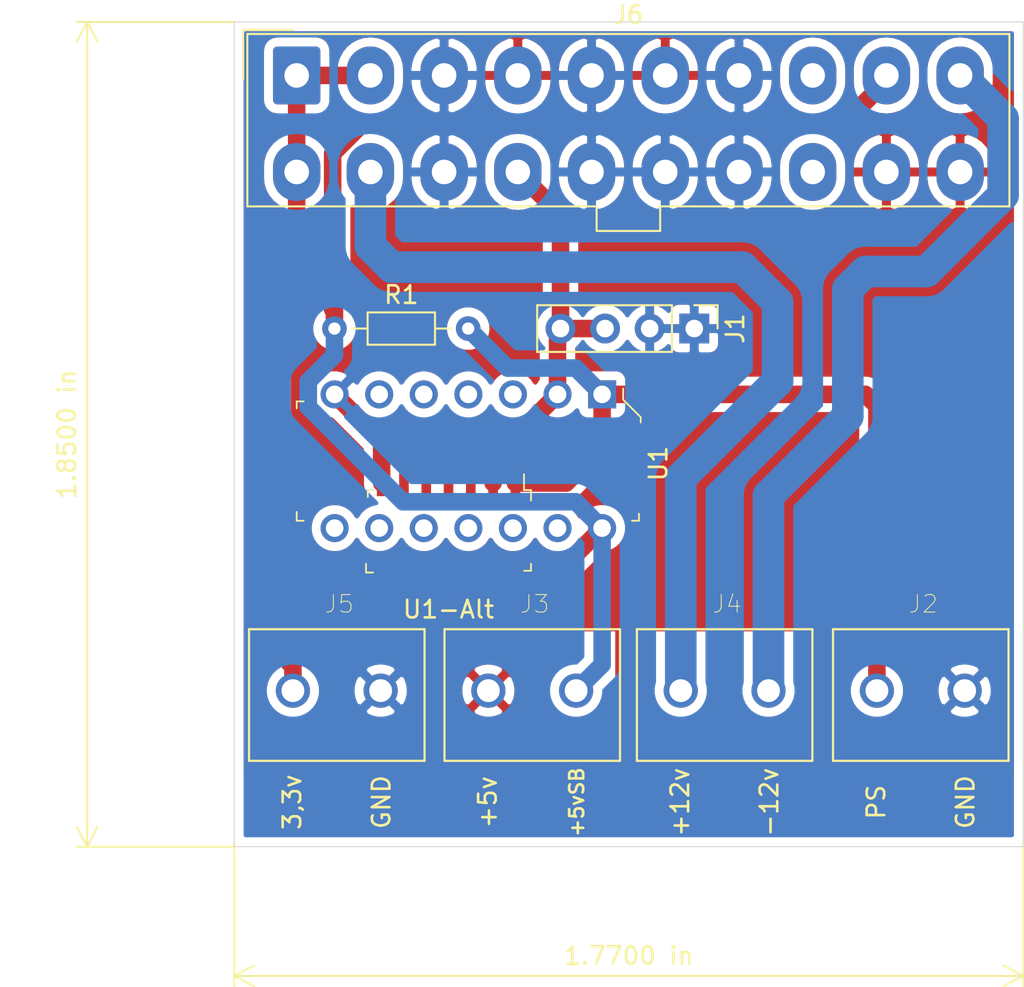
<source format=kicad_pcb>
(kicad_pcb (version 20171130) (host pcbnew "(5.1.2-1)-1")

  (general
    (thickness 1.6)
    (drawings 6)
    (tracks 58)
    (zones 0)
    (modules 9)
    (nets 21)
  )

  (page A4)
  (layers
    (0 F.Cu signal)
    (31 B.Cu signal)
    (32 B.Adhes user)
    (33 F.Adhes user)
    (34 B.Paste user)
    (35 F.Paste user)
    (36 B.SilkS user)
    (37 F.SilkS user)
    (38 B.Mask user)
    (39 F.Mask user)
    (40 Dwgs.User user)
    (41 Cmts.User user)
    (42 Eco1.User user)
    (43 Eco2.User user)
    (44 Edge.Cuts user)
    (45 Margin user)
    (46 B.CrtYd user)
    (47 F.CrtYd user)
    (48 B.Fab user)
    (49 F.Fab user)
  )

  (setup
    (last_trace_width 1)
    (trace_clearance 0.2)
    (zone_clearance 0.508)
    (zone_45_only no)
    (trace_min 0.2)
    (via_size 0.8)
    (via_drill 0.4)
    (via_min_size 0.4)
    (via_min_drill 0.3)
    (uvia_size 0.3)
    (uvia_drill 0.1)
    (uvias_allowed no)
    (uvia_min_size 0.2)
    (uvia_min_drill 0.1)
    (edge_width 0.05)
    (segment_width 0.2)
    (pcb_text_width 0.3)
    (pcb_text_size 1.5 1.5)
    (mod_edge_width 0.12)
    (mod_text_size 1 1)
    (mod_text_width 0.15)
    (pad_size 0.55 1.5)
    (pad_drill 0)
    (pad_to_mask_clearance 0.051)
    (solder_mask_min_width 0.25)
    (aux_axis_origin 0 0)
    (visible_elements FFFFFF7F)
    (pcbplotparams
      (layerselection 0x010fc_ffffffff)
      (usegerberextensions false)
      (usegerberattributes false)
      (usegerberadvancedattributes false)
      (creategerberjobfile false)
      (excludeedgelayer true)
      (linewidth 0.100000)
      (plotframeref false)
      (viasonmask false)
      (mode 1)
      (useauxorigin false)
      (hpglpennumber 1)
      (hpglpenspeed 20)
      (hpglpendiameter 15.000000)
      (psnegative false)
      (psa4output false)
      (plotreference true)
      (plotvalue true)
      (plotinvisibletext false)
      (padsonsilk false)
      (subtractmaskfromsilk false)
      (outputformat 1)
      (mirror false)
      (drillshape 1)
      (scaleselection 1)
      (outputdirectory ""))
  )

  (net 0 "")
  (net 1 GND)
  (net 2 X68_PWR_On)
  (net 3 +5vSB)
  (net 4 +5V)
  (net 5 +12V)
  (net 6 -12V)
  (net 7 +3V3)
  (net 8 ATX_PWR_On)
  (net 9 "Net-(U1-Pad3)")
  (net 10 "Net-(U1-Pad4)")
  (net 11 "Net-(U1-Pad5)")
  (net 12 "Net-(U1-Pad6)")
  (net 13 "Net-(U1-Pad8)")
  (net 14 "Net-(U1-Pad9)")
  (net 15 "Net-(U1-Pad10)")
  (net 16 "Net-(U1-Pad11)")
  (net 17 "Net-(U1-Pad12)")
  (net 18 "Net-(U1-Pad13)")
  (net 19 "Net-(J6-Pad18)")
  (net 20 PWR_OK)

  (net_class Default "This is the default net class."
    (clearance 0.2)
    (trace_width 1)
    (via_dia 0.8)
    (via_drill 0.4)
    (uvia_dia 0.3)
    (uvia_drill 0.1)
    (add_net ATX_PWR_On)
    (add_net GND)
    (add_net "Net-(J6-Pad18)")
    (add_net "Net-(U1-Pad10)")
    (add_net "Net-(U1-Pad11)")
    (add_net "Net-(U1-Pad12)")
    (add_net "Net-(U1-Pad13)")
    (add_net "Net-(U1-Pad3)")
    (add_net "Net-(U1-Pad4)")
    (add_net "Net-(U1-Pad5)")
    (add_net "Net-(U1-Pad6)")
    (add_net "Net-(U1-Pad8)")
    (add_net "Net-(U1-Pad9)")
    (add_net PWR_OK)
    (add_net X68_PWR_On)
  )

  (net_class +12v ""
    (clearance 0.2)
    (trace_width 1.8)
    (via_dia 0.8)
    (via_drill 0.4)
    (uvia_dia 0.3)
    (uvia_drill 0.1)
    (add_net +12V)
  )

  (net_class +3,3v ""
    (clearance 0.2)
    (trace_width 1)
    (via_dia 0.8)
    (via_drill 0.4)
    (uvia_dia 0.3)
    (uvia_drill 0.1)
    (add_net +3V3)
  )

  (net_class +5v ""
    (clearance 0.2)
    (trace_width 1)
    (via_dia 0.8)
    (via_drill 0.4)
    (uvia_dia 0.3)
    (uvia_drill 0.1)
    (add_net +5V)
  )

  (net_class +5vSB ""
    (clearance 0.2)
    (trace_width 1)
    (via_dia 0.8)
    (via_drill 0.4)
    (uvia_dia 0.3)
    (uvia_drill 0.1)
    (add_net +5vSB)
  )

  (net_class -12v ""
    (clearance 0.2)
    (trace_width 1.8)
    (via_dia 0.8)
    (via_drill 0.4)
    (uvia_dia 0.3)
    (uvia_drill 0.1)
    (add_net -12V)
  )

  (module Connector_PinHeader_2.54mm:PinHeader_1x04_P2.54mm_Vertical (layer F.Cu) (tedit 59FED5CC) (tstamp 5CE97905)
    (at 76 67.25 270)
    (descr "Through hole straight pin header, 1x04, 2.54mm pitch, single row")
    (tags "Through hole pin header THT 1x04 2.54mm single row")
    (path /5CEA3553)
    (fp_text reference J1 (at 0 -2.33 90) (layer F.SilkS)
      (effects (font (size 1 1) (thickness 0.15)))
    )
    (fp_text value ATX_PWR_On_Jumper (at 0 9.95 90) (layer F.Fab) hide
      (effects (font (size 1 1) (thickness 0.15)))
    )
    (fp_text user %R (at 0 3.81) (layer F.Fab)
      (effects (font (size 1 1) (thickness 0.15)))
    )
    (fp_line (start 1.8 -1.8) (end -1.8 -1.8) (layer F.CrtYd) (width 0.05))
    (fp_line (start 1.8 9.4) (end 1.8 -1.8) (layer F.CrtYd) (width 0.05))
    (fp_line (start -1.8 9.4) (end 1.8 9.4) (layer F.CrtYd) (width 0.05))
    (fp_line (start -1.8 -1.8) (end -1.8 9.4) (layer F.CrtYd) (width 0.05))
    (fp_line (start -1.33 -1.33) (end 0 -1.33) (layer F.SilkS) (width 0.12))
    (fp_line (start -1.33 0) (end -1.33 -1.33) (layer F.SilkS) (width 0.12))
    (fp_line (start -1.33 1.27) (end 1.33 1.27) (layer F.SilkS) (width 0.12))
    (fp_line (start 1.33 1.27) (end 1.33 8.95) (layer F.SilkS) (width 0.12))
    (fp_line (start -1.33 1.27) (end -1.33 8.95) (layer F.SilkS) (width 0.12))
    (fp_line (start -1.33 8.95) (end 1.33 8.95) (layer F.SilkS) (width 0.12))
    (fp_line (start -1.27 -0.635) (end -0.635 -1.27) (layer F.Fab) (width 0.1))
    (fp_line (start -1.27 8.89) (end -1.27 -0.635) (layer F.Fab) (width 0.1))
    (fp_line (start 1.27 8.89) (end -1.27 8.89) (layer F.Fab) (width 0.1))
    (fp_line (start 1.27 -1.27) (end 1.27 8.89) (layer F.Fab) (width 0.1))
    (fp_line (start -0.635 -1.27) (end 1.27 -1.27) (layer F.Fab) (width 0.1))
    (pad 4 thru_hole oval (at 0 7.62 270) (size 1.7 1.7) (drill 1) (layers *.Cu *.Mask)
      (net 8 ATX_PWR_On))
    (pad 3 thru_hole oval (at 0 5.08 270) (size 1.7 1.7) (drill 1) (layers *.Cu *.Mask)
      (net 8 ATX_PWR_On))
    (pad 2 thru_hole oval (at 0 2.54 270) (size 1.7 1.7) (drill 1) (layers *.Cu *.Mask)
      (net 1 GND))
    (pad 1 thru_hole rect (at 0 0 270) (size 1.7 1.7) (drill 1) (layers *.Cu *.Mask)
      (net 1 GND))
    (model ${KISYS3DMOD}/Connector_PinHeader_2.54mm.3dshapes/PinHeader_1x04_P2.54mm_Vertical.wrl
      (at (xyz 0 0 0))
      (scale (xyz 1 1 1))
      (rotate (xyz 0 0 0))
    )
  )

  (module 691137710002:691137710002 (layer F.Cu) (tedit 0) (tstamp 5CE90A70)
    (at 66.77 87.88)
    (path /5CE88E71)
    (fp_text reference J3 (at 0.14 -4.935) (layer F.SilkS)
      (effects (font (size 1 1) (thickness 0.05)))
    )
    (fp_text value Screw_Terminal_01x02 (at 0.575 5.265) (layer F.SilkS) hide
      (effects (font (size 1 1) (thickness 0.05)))
    )
    (fp_text user 1 (at -4.3 -0.7) (layer Edge.Cuts) hide
      (effects (font (size 1 1) (thickness 0.05)))
    )
    (fp_poly (pts (xy -5.25 -3.75) (xy 5.25 -3.75) (xy 5.25 4.25) (xy -5.25 4.25)) (layer Eco1.User) (width 0.127))
    (fp_line (start -5 4) (end -5 -3.5) (layer F.SilkS) (width 0.127))
    (fp_line (start 5 4) (end -5 4) (layer F.SilkS) (width 0.127))
    (fp_line (start 5 -3.5) (end 5 4) (layer F.SilkS) (width 0.127))
    (fp_line (start -5 -3.5) (end 5 -3.5) (layer F.SilkS) (width 0.127))
    (fp_text user +5v (at -2.54 6.35 90) (layer F.SilkS)
      (effects (font (size 1 1) (thickness 0.15)))
    )
    (fp_text user +5vSB (at 2.54 6.35 90) (layer F.SilkS)
      (effects (font (size 0.8 0.8) (thickness 0.15)))
    )
    (pad 2 thru_hole circle (at 2.5 0) (size 1.95 1.95) (drill 1.3) (layers *.Cu *.Mask)
      (net 3 +5vSB))
    (pad 1 thru_hole circle (at -2.5 0) (size 1.95 1.95) (drill 1.3) (layers *.Cu *.Mask)
      (net 4 +5V))
  )

  (module 691137710002:691137710002 (layer F.Cu) (tedit 0) (tstamp 5CE90A86)
    (at 55.634 87.88)
    (path /5CE89BDD)
    (fp_text reference J5 (at 0.14 -4.935) (layer F.SilkS)
      (effects (font (size 1 1) (thickness 0.05)))
    )
    (fp_text value Screw_Terminal_01x02 (at 0.575 5.265) (layer F.SilkS) hide
      (effects (font (size 1 1) (thickness 0.05)))
    )
    (fp_text user 1 (at -4.3 -0.7) (layer Edge.Cuts) hide
      (effects (font (size 1 1) (thickness 0.05)))
    )
    (fp_poly (pts (xy -5.25 -3.75) (xy 5.25 -3.75) (xy 5.25 4.25) (xy -5.25 4.25)) (layer Eco1.User) (width 0.127))
    (fp_line (start -5 4) (end -5 -3.5) (layer F.SilkS) (width 0.127))
    (fp_line (start 5 4) (end -5 4) (layer F.SilkS) (width 0.127))
    (fp_line (start 5 -3.5) (end 5 4) (layer F.SilkS) (width 0.127))
    (fp_line (start -5 -3.5) (end 5 -3.5) (layer F.SilkS) (width 0.127))
    (fp_text user GND (at 2.54 6.35 90) (layer F.SilkS)
      (effects (font (size 1 1) (thickness 0.15)))
    )
    (fp_text user 3,3v (at -2.54 6.35 90) (layer F.SilkS)
      (effects (font (size 1 1) (thickness 0.15)))
    )
    (pad 2 thru_hole circle (at 2.5 0) (size 1.95 1.95) (drill 1.3) (layers *.Cu *.Mask)
      (net 1 GND))
    (pad 1 thru_hole circle (at -2.5 0) (size 1.95 1.95) (drill 1.3) (layers *.Cu *.Mask)
      (net 7 +3V3))
  )

  (module 691137710002:691137710002 (layer F.Cu) (tedit 0) (tstamp 5CE90D43)
    (at 88.908 87.88)
    (path /5CE8A62C)
    (fp_text reference J2 (at 0.14 -4.935) (layer F.SilkS)
      (effects (font (size 1 1) (thickness 0.05)))
    )
    (fp_text value Screw_Terminal_01x02 (at 0.575 5.265) (layer F.SilkS) hide
      (effects (font (size 1 1) (thickness 0.05)))
    )
    (fp_text user 1 (at -4.3 -0.7) (layer Edge.Cuts) hide
      (effects (font (size 1 1) (thickness 0.05)))
    )
    (fp_poly (pts (xy -5.25 -3.75) (xy 5.25 -3.75) (xy 5.25 4.25) (xy -5.25 4.25)) (layer Eco1.User) (width 0.127))
    (fp_line (start -5 4) (end -5 -3.5) (layer F.SilkS) (width 0.127))
    (fp_line (start 5 4) (end -5 4) (layer F.SilkS) (width 0.127))
    (fp_line (start 5 -3.5) (end 5 4) (layer F.SilkS) (width 0.127))
    (fp_line (start -5 -3.5) (end 5 -3.5) (layer F.SilkS) (width 0.127))
    (fp_text user GND (at 2.54 6.35 90) (layer F.SilkS)
      (effects (font (size 1 1) (thickness 0.15)))
    )
    (fp_text user PS (at -2.54 6.35 90) (layer F.SilkS)
      (effects (font (size 1 1) (thickness 0.15)))
    )
    (pad 2 thru_hole circle (at 2.5 0) (size 1.95 1.95) (drill 1.3) (layers *.Cu *.Mask)
      (net 1 GND))
    (pad 1 thru_hole circle (at -2.5 0) (size 1.95 1.95) (drill 1.3) (layers *.Cu *.Mask)
      (net 2 X68_PWR_On))
  )

  (module 691137710002:691137710002 (layer F.Cu) (tedit 0) (tstamp 5CE90A7B)
    (at 77.732 87.88)
    (path /5CE868FA)
    (fp_text reference J4 (at 0.14 -4.935) (layer F.SilkS)
      (effects (font (size 1 1) (thickness 0.05)))
    )
    (fp_text value Screw_Terminal_01x02 (at 0.575 5.265) (layer F.SilkS) hide
      (effects (font (size 1 1) (thickness 0.05)))
    )
    (fp_text user 1 (at -4.3 -0.7) (layer Edge.Cuts) hide
      (effects (font (size 1 1) (thickness 0.05)))
    )
    (fp_poly (pts (xy -5.25 -3.75) (xy 5.25 -3.75) (xy 5.25 4.25) (xy -5.25 4.25)) (layer Eco1.User) (width 0.127))
    (fp_line (start -5 4) (end -5 -3.5) (layer F.SilkS) (width 0.127))
    (fp_line (start 5 4) (end -5 4) (layer F.SilkS) (width 0.127))
    (fp_line (start 5 -3.5) (end 5 4) (layer F.SilkS) (width 0.127))
    (fp_line (start -5 -3.5) (end 5 -3.5) (layer F.SilkS) (width 0.127))
    (fp_text user +12v (at -2.54 6.35 90) (layer F.SilkS)
      (effects (font (size 1 1) (thickness 0.15)))
    )
    (fp_text user -12v (at 2.54 6.35 90) (layer F.SilkS)
      (effects (font (size 1 1) (thickness 0.15)))
    )
    (pad 2 thru_hole circle (at 2.5 0) (size 1.95 1.95) (drill 1.3) (layers *.Cu *.Mask)
      (net 5 +12V))
    (pad 1 thru_hole circle (at -2.5 0) (size 1.95 1.95) (drill 1.3) (layers *.Cu *.Mask)
      (net 6 -12V))
  )

  (module digikey-footprints:SOIC-14_W3.9mm (layer F.Cu) (tedit 5CE932B9) (tstamp 5CE99E88)
    (at 62 78.75 180)
    (fp_text reference U1-Alt (at 0 -4.5) (layer F.SilkS)
      (effects (font (size 1 1) (thickness 0.15)))
    )
    (fp_text value SOIC-14_W3.9mm (at 0 5.29) (layer F.Fab) hide
      (effects (font (size 1 1) (thickness 0.15)))
    )
    (fp_line (start -4.4 -2) (end -4.4 2) (layer F.Fab) (width 0.1))
    (fp_line (start 4.4 -2) (end 4.4 2) (layer F.Fab) (width 0.1))
    (fp_line (start -4.4 -2) (end 4.4 -2) (layer F.Fab) (width 0.1))
    (fp_line (start -4.4 2) (end 4.4 2) (layer F.Fab) (width 0.1))
    (fp_text user U1-Alt (at 0 0) (layer F.Fab) hide
      (effects (font (size 1 1) (thickness 0.15)))
    )
    (fp_line (start -4.3 2.3) (end -4.3 3.2) (layer F.SilkS) (width 0.1))
    (fp_line (start -4.7 2.3) (end -4.3 2.3) (layer F.SilkS) (width 0.1))
    (fp_line (start -4.7 1.7) (end -4.7 2.3) (layer F.SilkS) (width 0.1))
    (fp_line (start -4.7 -2.3) (end -4.7 -1.9) (layer F.SilkS) (width 0.1))
    (fp_line (start -4.3 -2.3) (end -4.7 -2.3) (layer F.SilkS) (width 0.1))
    (fp_line (start 4.7 -2.4) (end 4.7 -1.9) (layer F.SilkS) (width 0.1))
    (fp_line (start 4.3 -2.4) (end 4.7 -2.4) (layer F.SilkS) (width 0.1))
    (fp_line (start 4.6 2.3) (end 4.6 1.9) (layer F.SilkS) (width 0.1))
    (fp_line (start 4.3 2.3) (end 4.6 2.3) (layer F.SilkS) (width 0.1))
    (fp_line (start 4.65 -3.7) (end -4.65 -3.7) (layer F.CrtYd) (width 0.05))
    (fp_line (start -4.65 3.7) (end 4.65 3.7) (layer F.CrtYd) (width 0.05))
    (fp_line (start -4.65 3.7) (end -4.65 -3.7) (layer F.CrtYd) (width 0.05))
    (fp_line (start 4.65 -3.7) (end 4.65 3.7) (layer F.CrtYd) (width 0.05))
    (pad 14 smd rect (at -3.81 -2.7 180) (size 0.55 1.5) (layers F.Cu F.Paste F.Mask)
      (net 3 +5vSB) (solder_mask_margin 0.07))
    (pad 13 smd rect (at -2.54 -2.7 180) (size 0.55 1.5) (layers F.Cu F.Paste F.Mask)
      (solder_mask_margin 0.07))
    (pad 12 smd rect (at -1.27 -2.7 180) (size 0.55 1.5) (layers F.Cu F.Paste F.Mask)
      (solder_mask_margin 0.07))
    (pad 11 smd rect (at 0 -2.7 180) (size 0.55 1.5) (layers F.Cu F.Paste F.Mask)
      (solder_mask_margin 0.07))
    (pad 10 smd rect (at 1.27 -2.7 180) (size 0.55 1.5) (layers F.Cu F.Paste F.Mask)
      (solder_mask_margin 0.07))
    (pad 9 smd rect (at 2.54 -2.7 180) (size 0.55 1.5) (layers F.Cu F.Paste F.Mask)
      (solder_mask_margin 0.07))
    (pad 8 smd rect (at 3.81 -2.7 180) (size 0.55 1.5) (layers F.Cu F.Paste F.Mask)
      (solder_mask_margin 0.07))
    (pad 7 smd rect (at 3.81 2.7 180) (size 0.55 1.5) (layers F.Cu F.Paste F.Mask)
      (net 1 GND) (solder_mask_margin 0.07))
    (pad 6 smd rect (at 2.54 2.7 180) (size 0.55 1.5) (layers F.Cu F.Paste F.Mask)
      (solder_mask_margin 0.07))
    (pad 5 smd rect (at 1.27 2.7 180) (size 0.55 1.5) (layers F.Cu F.Paste F.Mask)
      (solder_mask_margin 0.07))
    (pad 4 smd rect (at 0 2.7 180) (size 0.55 1.5) (layers F.Cu F.Paste F.Mask)
      (solder_mask_margin 0.07))
    (pad 3 smd rect (at -1.27 2.7 180) (size 0.55 1.5) (layers F.Cu F.Paste F.Mask)
      (solder_mask_margin 0.07))
    (pad 2 smd rect (at -2.54 2.7 180) (size 0.55 1.5) (layers F.Cu F.Paste F.Mask)
      (net 8 ATX_PWR_On) (solder_mask_margin 0.07))
    (pad 1 smd rect (at -3.81 2.7 180) (size 0.55 1.5) (layers F.Cu F.Paste F.Mask)
      (net 2 X68_PWR_On) (solder_mask_margin 0.07))
  )

  (module Connector_Molex:Molex_Mini-Fit_Jr_5566-20A_2x10_P4.20mm_Vertical (layer F.Cu) (tedit 5B781992) (tstamp 5CE979CF)
    (at 53.348 52.828)
    (descr "Molex Mini-Fit Jr. Power Connectors, old mpn/engineering number: 5566-20A, example for new mpn: 39-28-x20x, 10 Pins per row, Mounting:  (http://www.molex.com/pdm_docs/sd/039281043_sd.pdf), generated with kicad-footprint-generator")
    (tags "connector Molex Mini-Fit_Jr side entry")
    (path /5CEB12D8)
    (fp_text reference J6 (at 18.9 -3.45) (layer F.SilkS)
      (effects (font (size 1 1) (thickness 0.15)))
    )
    (fp_text value Conn_02x10_Top_Bottom (at 18.9 9.95) (layer F.Fab) hide
      (effects (font (size 1 1) (thickness 0.15)))
    )
    (fp_text user %R (at 18.9 -1.55) (layer F.Fab)
      (effects (font (size 1 1) (thickness 0.15)))
    )
    (fp_line (start 41 -2.75) (end -3.2 -2.75) (layer F.CrtYd) (width 0.05))
    (fp_line (start 41 9.25) (end 41 -2.75) (layer F.CrtYd) (width 0.05))
    (fp_line (start -3.2 9.25) (end 41 9.25) (layer F.CrtYd) (width 0.05))
    (fp_line (start -3.2 -2.75) (end -3.2 9.25) (layer F.CrtYd) (width 0.05))
    (fp_line (start -3.05 -2.6) (end -3.05 0.25) (layer F.Fab) (width 0.1))
    (fp_line (start -0.2 -2.6) (end -3.05 -2.6) (layer F.Fab) (width 0.1))
    (fp_line (start -3.05 -2.6) (end -3.05 0.25) (layer F.SilkS) (width 0.12))
    (fp_line (start -0.2 -2.6) (end -3.05 -2.6) (layer F.SilkS) (width 0.12))
    (fp_line (start 20.71 8.86) (end 18.9 8.86) (layer F.SilkS) (width 0.12))
    (fp_line (start 20.71 7.46) (end 20.71 8.86) (layer F.SilkS) (width 0.12))
    (fp_line (start 40.61 7.46) (end 20.71 7.46) (layer F.SilkS) (width 0.12))
    (fp_line (start 40.61 -2.36) (end 40.61 7.46) (layer F.SilkS) (width 0.12))
    (fp_line (start 18.9 -2.36) (end 40.61 -2.36) (layer F.SilkS) (width 0.12))
    (fp_line (start 17.09 8.86) (end 18.9 8.86) (layer F.SilkS) (width 0.12))
    (fp_line (start 17.09 7.46) (end 17.09 8.86) (layer F.SilkS) (width 0.12))
    (fp_line (start -2.81 7.46) (end 17.09 7.46) (layer F.SilkS) (width 0.12))
    (fp_line (start -2.81 -2.36) (end -2.81 7.46) (layer F.SilkS) (width 0.12))
    (fp_line (start 18.9 -2.36) (end -2.81 -2.36) (layer F.SilkS) (width 0.12))
    (fp_line (start 39.45 2.3) (end 36.15 2.3) (layer F.Fab) (width 0.1))
    (fp_line (start 39.45 -0.175) (end 39.45 2.3) (layer F.Fab) (width 0.1))
    (fp_line (start 38.625 -1) (end 39.45 -0.175) (layer F.Fab) (width 0.1))
    (fp_line (start 36.975 -1) (end 38.625 -1) (layer F.Fab) (width 0.1))
    (fp_line (start 36.15 -0.175) (end 36.975 -1) (layer F.Fab) (width 0.1))
    (fp_line (start 36.15 2.3) (end 36.15 -0.175) (layer F.Fab) (width 0.1))
    (fp_line (start 39.45 3.2) (end 36.15 3.2) (layer F.Fab) (width 0.1))
    (fp_line (start 39.45 6.5) (end 39.45 3.2) (layer F.Fab) (width 0.1))
    (fp_line (start 36.15 6.5) (end 39.45 6.5) (layer F.Fab) (width 0.1))
    (fp_line (start 36.15 3.2) (end 36.15 6.5) (layer F.Fab) (width 0.1))
    (fp_line (start 35.25 6.5) (end 31.95 6.5) (layer F.Fab) (width 0.1))
    (fp_line (start 35.25 4.025) (end 35.25 6.5) (layer F.Fab) (width 0.1))
    (fp_line (start 34.425 3.2) (end 35.25 4.025) (layer F.Fab) (width 0.1))
    (fp_line (start 32.775 3.2) (end 34.425 3.2) (layer F.Fab) (width 0.1))
    (fp_line (start 31.95 4.025) (end 32.775 3.2) (layer F.Fab) (width 0.1))
    (fp_line (start 31.95 6.5) (end 31.95 4.025) (layer F.Fab) (width 0.1))
    (fp_line (start 35.25 -1) (end 31.95 -1) (layer F.Fab) (width 0.1))
    (fp_line (start 35.25 2.3) (end 35.25 -1) (layer F.Fab) (width 0.1))
    (fp_line (start 31.95 2.3) (end 35.25 2.3) (layer F.Fab) (width 0.1))
    (fp_line (start 31.95 -1) (end 31.95 2.3) (layer F.Fab) (width 0.1))
    (fp_line (start 31.05 6.5) (end 27.75 6.5) (layer F.Fab) (width 0.1))
    (fp_line (start 31.05 4.025) (end 31.05 6.5) (layer F.Fab) (width 0.1))
    (fp_line (start 30.225 3.2) (end 31.05 4.025) (layer F.Fab) (width 0.1))
    (fp_line (start 28.575 3.2) (end 30.225 3.2) (layer F.Fab) (width 0.1))
    (fp_line (start 27.75 4.025) (end 28.575 3.2) (layer F.Fab) (width 0.1))
    (fp_line (start 27.75 6.5) (end 27.75 4.025) (layer F.Fab) (width 0.1))
    (fp_line (start 31.05 -1) (end 27.75 -1) (layer F.Fab) (width 0.1))
    (fp_line (start 31.05 2.3) (end 31.05 -1) (layer F.Fab) (width 0.1))
    (fp_line (start 27.75 2.3) (end 31.05 2.3) (layer F.Fab) (width 0.1))
    (fp_line (start 27.75 -1) (end 27.75 2.3) (layer F.Fab) (width 0.1))
    (fp_line (start 26.85 2.3) (end 23.55 2.3) (layer F.Fab) (width 0.1))
    (fp_line (start 26.85 -0.175) (end 26.85 2.3) (layer F.Fab) (width 0.1))
    (fp_line (start 26.025 -1) (end 26.85 -0.175) (layer F.Fab) (width 0.1))
    (fp_line (start 24.375 -1) (end 26.025 -1) (layer F.Fab) (width 0.1))
    (fp_line (start 23.55 -0.175) (end 24.375 -1) (layer F.Fab) (width 0.1))
    (fp_line (start 23.55 2.3) (end 23.55 -0.175) (layer F.Fab) (width 0.1))
    (fp_line (start 26.85 3.2) (end 23.55 3.2) (layer F.Fab) (width 0.1))
    (fp_line (start 26.85 6.5) (end 26.85 3.2) (layer F.Fab) (width 0.1))
    (fp_line (start 23.55 6.5) (end 26.85 6.5) (layer F.Fab) (width 0.1))
    (fp_line (start 23.55 3.2) (end 23.55 6.5) (layer F.Fab) (width 0.1))
    (fp_line (start 22.65 2.3) (end 19.35 2.3) (layer F.Fab) (width 0.1))
    (fp_line (start 22.65 -0.175) (end 22.65 2.3) (layer F.Fab) (width 0.1))
    (fp_line (start 21.825 -1) (end 22.65 -0.175) (layer F.Fab) (width 0.1))
    (fp_line (start 20.175 -1) (end 21.825 -1) (layer F.Fab) (width 0.1))
    (fp_line (start 19.35 -0.175) (end 20.175 -1) (layer F.Fab) (width 0.1))
    (fp_line (start 19.35 2.3) (end 19.35 -0.175) (layer F.Fab) (width 0.1))
    (fp_line (start 22.65 3.2) (end 19.35 3.2) (layer F.Fab) (width 0.1))
    (fp_line (start 22.65 6.5) (end 22.65 3.2) (layer F.Fab) (width 0.1))
    (fp_line (start 19.35 6.5) (end 22.65 6.5) (layer F.Fab) (width 0.1))
    (fp_line (start 19.35 3.2) (end 19.35 6.5) (layer F.Fab) (width 0.1))
    (fp_line (start 18.45 6.5) (end 15.15 6.5) (layer F.Fab) (width 0.1))
    (fp_line (start 18.45 4.025) (end 18.45 6.5) (layer F.Fab) (width 0.1))
    (fp_line (start 17.625 3.2) (end 18.45 4.025) (layer F.Fab) (width 0.1))
    (fp_line (start 15.975 3.2) (end 17.625 3.2) (layer F.Fab) (width 0.1))
    (fp_line (start 15.15 4.025) (end 15.975 3.2) (layer F.Fab) (width 0.1))
    (fp_line (start 15.15 6.5) (end 15.15 4.025) (layer F.Fab) (width 0.1))
    (fp_line (start 18.45 -1) (end 15.15 -1) (layer F.Fab) (width 0.1))
    (fp_line (start 18.45 2.3) (end 18.45 -1) (layer F.Fab) (width 0.1))
    (fp_line (start 15.15 2.3) (end 18.45 2.3) (layer F.Fab) (width 0.1))
    (fp_line (start 15.15 -1) (end 15.15 2.3) (layer F.Fab) (width 0.1))
    (fp_line (start 14.25 6.5) (end 10.95 6.5) (layer F.Fab) (width 0.1))
    (fp_line (start 14.25 4.025) (end 14.25 6.5) (layer F.Fab) (width 0.1))
    (fp_line (start 13.425 3.2) (end 14.25 4.025) (layer F.Fab) (width 0.1))
    (fp_line (start 11.775 3.2) (end 13.425 3.2) (layer F.Fab) (width 0.1))
    (fp_line (start 10.95 4.025) (end 11.775 3.2) (layer F.Fab) (width 0.1))
    (fp_line (start 10.95 6.5) (end 10.95 4.025) (layer F.Fab) (width 0.1))
    (fp_line (start 14.25 -1) (end 10.95 -1) (layer F.Fab) (width 0.1))
    (fp_line (start 14.25 2.3) (end 14.25 -1) (layer F.Fab) (width 0.1))
    (fp_line (start 10.95 2.3) (end 14.25 2.3) (layer F.Fab) (width 0.1))
    (fp_line (start 10.95 -1) (end 10.95 2.3) (layer F.Fab) (width 0.1))
    (fp_line (start 10.05 2.3) (end 6.75 2.3) (layer F.Fab) (width 0.1))
    (fp_line (start 10.05 -0.175) (end 10.05 2.3) (layer F.Fab) (width 0.1))
    (fp_line (start 9.225 -1) (end 10.05 -0.175) (layer F.Fab) (width 0.1))
    (fp_line (start 7.575 -1) (end 9.225 -1) (layer F.Fab) (width 0.1))
    (fp_line (start 6.75 -0.175) (end 7.575 -1) (layer F.Fab) (width 0.1))
    (fp_line (start 6.75 2.3) (end 6.75 -0.175) (layer F.Fab) (width 0.1))
    (fp_line (start 10.05 3.2) (end 6.75 3.2) (layer F.Fab) (width 0.1))
    (fp_line (start 10.05 6.5) (end 10.05 3.2) (layer F.Fab) (width 0.1))
    (fp_line (start 6.75 6.5) (end 10.05 6.5) (layer F.Fab) (width 0.1))
    (fp_line (start 6.75 3.2) (end 6.75 6.5) (layer F.Fab) (width 0.1))
    (fp_line (start 5.85 2.3) (end 2.55 2.3) (layer F.Fab) (width 0.1))
    (fp_line (start 5.85 -0.175) (end 5.85 2.3) (layer F.Fab) (width 0.1))
    (fp_line (start 5.025 -1) (end 5.85 -0.175) (layer F.Fab) (width 0.1))
    (fp_line (start 3.375 -1) (end 5.025 -1) (layer F.Fab) (width 0.1))
    (fp_line (start 2.55 -0.175) (end 3.375 -1) (layer F.Fab) (width 0.1))
    (fp_line (start 2.55 2.3) (end 2.55 -0.175) (layer F.Fab) (width 0.1))
    (fp_line (start 5.85 3.2) (end 2.55 3.2) (layer F.Fab) (width 0.1))
    (fp_line (start 5.85 6.5) (end 5.85 3.2) (layer F.Fab) (width 0.1))
    (fp_line (start 2.55 6.5) (end 5.85 6.5) (layer F.Fab) (width 0.1))
    (fp_line (start 2.55 3.2) (end 2.55 6.5) (layer F.Fab) (width 0.1))
    (fp_line (start 1.65 6.5) (end -1.65 6.5) (layer F.Fab) (width 0.1))
    (fp_line (start 1.65 4.025) (end 1.65 6.5) (layer F.Fab) (width 0.1))
    (fp_line (start 0.825 3.2) (end 1.65 4.025) (layer F.Fab) (width 0.1))
    (fp_line (start -0.825 3.2) (end 0.825 3.2) (layer F.Fab) (width 0.1))
    (fp_line (start -1.65 4.025) (end -0.825 3.2) (layer F.Fab) (width 0.1))
    (fp_line (start -1.65 6.5) (end -1.65 4.025) (layer F.Fab) (width 0.1))
    (fp_line (start 1.65 -1) (end -1.65 -1) (layer F.Fab) (width 0.1))
    (fp_line (start 1.65 2.3) (end 1.65 -1) (layer F.Fab) (width 0.1))
    (fp_line (start -1.65 2.3) (end 1.65 2.3) (layer F.Fab) (width 0.1))
    (fp_line (start -1.65 -1) (end -1.65 2.3) (layer F.Fab) (width 0.1))
    (fp_line (start 20.6 8.75) (end 20.6 7.35) (layer F.Fab) (width 0.1))
    (fp_line (start 17.2 8.75) (end 20.6 8.75) (layer F.Fab) (width 0.1))
    (fp_line (start 17.2 7.35) (end 17.2 8.75) (layer F.Fab) (width 0.1))
    (fp_line (start 40.5 -2.25) (end -2.7 -2.25) (layer F.Fab) (width 0.1))
    (fp_line (start 40.5 7.35) (end 40.5 -2.25) (layer F.Fab) (width 0.1))
    (fp_line (start -2.7 7.35) (end 40.5 7.35) (layer F.Fab) (width 0.1))
    (fp_line (start -2.7 -2.25) (end -2.7 7.35) (layer F.Fab) (width 0.1))
    (pad 20 thru_hole oval (at 37.8 5.5) (size 2.7 3.3) (drill 1.4) (layers *.Cu *.Mask)
      (net 4 +5V))
    (pad 19 thru_hole oval (at 33.6 5.5) (size 2.7 3.3) (drill 1.4) (layers *.Cu *.Mask)
      (net 4 +5V))
    (pad 18 thru_hole oval (at 29.4 5.5) (size 2.7 3.3) (drill 1.4) (layers *.Cu *.Mask)
      (net 19 "Net-(J6-Pad18)"))
    (pad 17 thru_hole oval (at 25.2 5.5) (size 2.7 3.3) (drill 1.4) (layers *.Cu *.Mask)
      (net 1 GND))
    (pad 16 thru_hole oval (at 21 5.5) (size 2.7 3.3) (drill 1.4) (layers *.Cu *.Mask)
      (net 1 GND))
    (pad 15 thru_hole oval (at 16.8 5.5) (size 2.7 3.3) (drill 1.4) (layers *.Cu *.Mask)
      (net 1 GND))
    (pad 14 thru_hole oval (at 12.6 5.5) (size 2.7 3.3) (drill 1.4) (layers *.Cu *.Mask)
      (net 8 ATX_PWR_On))
    (pad 13 thru_hole oval (at 8.4 5.5) (size 2.7 3.3) (drill 1.4) (layers *.Cu *.Mask)
      (net 1 GND))
    (pad 12 thru_hole oval (at 4.2 5.5) (size 2.7 3.3) (drill 1.4) (layers *.Cu *.Mask)
      (net 6 -12V))
    (pad 11 thru_hole oval (at 0 5.5) (size 2.7 3.3) (drill 1.4) (layers *.Cu *.Mask)
      (net 7 +3V3))
    (pad 10 thru_hole oval (at 37.8 0) (size 2.7 3.3) (drill 1.4) (layers *.Cu *.Mask)
      (net 5 +12V))
    (pad 9 thru_hole oval (at 33.6 0) (size 2.7 3.3) (drill 1.4) (layers *.Cu *.Mask)
      (net 3 +5vSB))
    (pad 8 thru_hole oval (at 29.4 0) (size 2.7 3.3) (drill 1.4) (layers *.Cu *.Mask)
      (net 20 PWR_OK))
    (pad 7 thru_hole oval (at 25.2 0) (size 2.7 3.3) (drill 1.4) (layers *.Cu *.Mask)
      (net 1 GND))
    (pad 6 thru_hole oval (at 21 0) (size 2.7 3.3) (drill 1.4) (layers *.Cu *.Mask)
      (net 4 +5V))
    (pad 5 thru_hole oval (at 16.8 0) (size 2.7 3.3) (drill 1.4) (layers *.Cu *.Mask)
      (net 1 GND))
    (pad 4 thru_hole oval (at 12.6 0) (size 2.7 3.3) (drill 1.4) (layers *.Cu *.Mask)
      (net 4 +5V))
    (pad 3 thru_hole oval (at 8.4 0) (size 2.7 3.3) (drill 1.4) (layers *.Cu *.Mask)
      (net 1 GND))
    (pad 2 thru_hole oval (at 4.2 0) (size 2.7 3.3) (drill 1.4) (layers *.Cu *.Mask)
      (net 7 +3V3))
    (pad 1 thru_hole roundrect (at 0 0) (size 2.7 3.3) (drill 1.4) (layers *.Cu *.Mask) (roundrect_rratio 0.09259299999999999)
      (net 7 +3V3))
    (model ${KISYS3DMOD}/Connector_Molex.3dshapes/Molex_Mini-Fit_Jr_5566-20A_2x10_P4.20mm_Vertical.wrl
      (at (xyz 0 0 0))
      (scale (xyz 1 1 1))
      (rotate (xyz 0 0 0))
    )
  )

  (module Resistor_THT:R_Axial_DIN0204_L3.6mm_D1.6mm_P7.62mm_Horizontal (layer F.Cu) (tedit 5AE5139B) (tstamp 5CE9AB40)
    (at 55.5 67.25)
    (descr "Resistor, Axial_DIN0204 series, Axial, Horizontal, pin pitch=7.62mm, 0.167W, length*diameter=3.6*1.6mm^2, http://cdn-reichelt.de/documents/datenblatt/B400/1_4W%23YAG.pdf")
    (tags "Resistor Axial_DIN0204 series Axial Horizontal pin pitch 7.62mm 0.167W length 3.6mm diameter 1.6mm")
    (path /5CE84956)
    (fp_text reference R1 (at 3.81 -1.92) (layer F.SilkS)
      (effects (font (size 1 1) (thickness 0.15)))
    )
    (fp_text value "R 4.7k" (at 3.81 1.92) (layer F.Fab)
      (effects (font (size 1 1) (thickness 0.15)))
    )
    (fp_text user %R (at 3.81 0) (layer F.Fab)
      (effects (font (size 0.72 0.72) (thickness 0.108)))
    )
    (fp_line (start 8.57 -1.05) (end -0.95 -1.05) (layer F.CrtYd) (width 0.05))
    (fp_line (start 8.57 1.05) (end 8.57 -1.05) (layer F.CrtYd) (width 0.05))
    (fp_line (start -0.95 1.05) (end 8.57 1.05) (layer F.CrtYd) (width 0.05))
    (fp_line (start -0.95 -1.05) (end -0.95 1.05) (layer F.CrtYd) (width 0.05))
    (fp_line (start 6.68 0) (end 5.73 0) (layer F.SilkS) (width 0.12))
    (fp_line (start 0.94 0) (end 1.89 0) (layer F.SilkS) (width 0.12))
    (fp_line (start 5.73 -0.92) (end 1.89 -0.92) (layer F.SilkS) (width 0.12))
    (fp_line (start 5.73 0.92) (end 5.73 -0.92) (layer F.SilkS) (width 0.12))
    (fp_line (start 1.89 0.92) (end 5.73 0.92) (layer F.SilkS) (width 0.12))
    (fp_line (start 1.89 -0.92) (end 1.89 0.92) (layer F.SilkS) (width 0.12))
    (fp_line (start 7.62 0) (end 5.61 0) (layer F.Fab) (width 0.1))
    (fp_line (start 0 0) (end 2.01 0) (layer F.Fab) (width 0.1))
    (fp_line (start 5.61 -0.8) (end 2.01 -0.8) (layer F.Fab) (width 0.1))
    (fp_line (start 5.61 0.8) (end 5.61 -0.8) (layer F.Fab) (width 0.1))
    (fp_line (start 2.01 0.8) (end 5.61 0.8) (layer F.Fab) (width 0.1))
    (fp_line (start 2.01 -0.8) (end 2.01 0.8) (layer F.Fab) (width 0.1))
    (pad 2 thru_hole oval (at 7.62 0) (size 1.4 1.4) (drill 0.7) (layers *.Cu *.Mask)
      (net 2 X68_PWR_On))
    (pad 1 thru_hole circle (at 0 0) (size 1.4 1.4) (drill 0.7) (layers *.Cu *.Mask)
      (net 3 +5vSB))
    (model ${KISYS3DMOD}/Resistor_THT.3dshapes/R_Axial_DIN0204_L3.6mm_D1.6mm_P7.62mm_Horizontal.wrl
      (at (xyz 0 0 0))
      (scale (xyz 1 1 1))
      (rotate (xyz 0 0 0))
    )
  )

  (module digikey-footprints:DIP-14_W3mm (layer F.Cu) (tedit 596E717A) (tstamp 5CE809CE)
    (at 70.75 71 270)
    (path /5CE7D3C1)
    (fp_text reference U1 (at 3.94 -3.2 90) (layer F.SilkS)
      (effects (font (size 1 1) (thickness 0.15)))
    )
    (fp_text value SN74HC04N (at 4.064 18.796 90) (layer F.Fab)
      (effects (font (size 1 1) (thickness 0.15)))
    )
    (fp_line (start 7.1 -2) (end 7.1 17.3) (layer F.Fab) (width 0.1))
    (fp_line (start 0.5 17.3) (end 7.1 17.3) (layer F.Fab) (width 0.1))
    (fp_line (start 0.5 -1.1) (end 1.4 -2) (layer F.Fab) (width 0.1))
    (fp_line (start 1.4 -2) (end 7.1 -2) (layer F.Fab) (width 0.1))
    (fp_line (start 0.5 -1.1) (end 0.5 17.3) (layer F.Fab) (width 0.1))
    (fp_line (start 0.4 17.4) (end 0.8 17.4) (layer F.SilkS) (width 0.1))
    (fp_line (start 0.4 17) (end 0.4 17.4) (layer F.SilkS) (width 0.1))
    (fp_line (start 7.2 17.4) (end 7.2 17) (layer F.SilkS) (width 0.1))
    (fp_line (start 6.7 17.4) (end 7.2 17.4) (layer F.SilkS) (width 0.1))
    (fp_line (start 7.2 -2.1) (end 6.8 -2.1) (layer F.SilkS) (width 0.1))
    (fp_line (start 7.2 -1.7) (end 7.2 -2.1) (layer F.SilkS) (width 0.1))
    (fp_line (start 1.3 -2.2) (end 0.3 -1.2) (layer F.SilkS) (width 0.1))
    (fp_line (start 1.6 -2.2) (end 1.3 -2.2) (layer F.SilkS) (width 0.1))
    (fp_line (start -1.05 -2.25) (end -1.05 17.55) (layer F.CrtYd) (width 0.1))
    (fp_line (start 8.67 17.55) (end 8.67 -2.25) (layer F.CrtYd) (width 0.1))
    (fp_line (start -1.05 17.55) (end 8.67 17.55) (layer F.CrtYd) (width 0.1))
    (fp_line (start -1.05 -2.25) (end 8.67 -2.25) (layer F.CrtYd) (width 0.1))
    (fp_text user REF** (at 3.86 7.77 90) (layer F.Fab) hide
      (effects (font (size 1 1) (thickness 0.1)))
    )
    (fp_line (start 0.3 -1.2) (end -0.07 -1.2) (layer F.SilkS) (width 0.1))
    (fp_line (start -0.08 -1.2) (end -0.33 -1.2) (layer F.SilkS) (width 0.1))
    (pad 14 thru_hole circle (at 7.62 0 270) (size 1.6 1.6) (drill 1) (layers *.Cu *.Mask)
      (net 3 +5vSB))
    (pad 13 thru_hole circle (at 7.62 2.54 270) (size 1.6 1.6) (drill 1) (layers *.Cu *.Mask)
      (net 18 "Net-(U1-Pad13)"))
    (pad 12 thru_hole circle (at 7.62 5.08 270) (size 1.6 1.6) (drill 1) (layers *.Cu *.Mask)
      (net 17 "Net-(U1-Pad12)"))
    (pad 11 thru_hole circle (at 7.62 7.62 270) (size 1.6 1.6) (drill 1) (layers *.Cu *.Mask)
      (net 16 "Net-(U1-Pad11)"))
    (pad 10 thru_hole circle (at 7.62 10.16 270) (size 1.6 1.6) (drill 1) (layers *.Cu *.Mask)
      (net 15 "Net-(U1-Pad10)"))
    (pad 9 thru_hole circle (at 7.62 12.7 270) (size 1.6 1.6) (drill 1) (layers *.Cu *.Mask)
      (net 14 "Net-(U1-Pad9)"))
    (pad 8 thru_hole circle (at 7.62 15.24 270) (size 1.6 1.6) (drill 1) (layers *.Cu *.Mask)
      (net 13 "Net-(U1-Pad8)"))
    (pad 7 thru_hole circle (at 0 15.24 270) (size 1.6 1.6) (drill 1) (layers *.Cu *.Mask)
      (net 1 GND))
    (pad 6 thru_hole circle (at 0 12.7 270) (size 1.6 1.6) (drill 1) (layers *.Cu *.Mask)
      (net 12 "Net-(U1-Pad6)"))
    (pad 5 thru_hole circle (at 0 10.16 270) (size 1.6 1.6) (drill 1) (layers *.Cu *.Mask)
      (net 11 "Net-(U1-Pad5)"))
    (pad 4 thru_hole circle (at 0 7.62 270) (size 1.6 1.6) (drill 1) (layers *.Cu *.Mask)
      (net 10 "Net-(U1-Pad4)"))
    (pad 3 thru_hole circle (at 0 5.08 270) (size 1.6 1.6) (drill 1) (layers *.Cu *.Mask)
      (net 9 "Net-(U1-Pad3)"))
    (pad 2 thru_hole circle (at 0 2.54 270) (size 1.6 1.6) (drill 1) (layers *.Cu *.Mask)
      (net 8 ATX_PWR_On))
    (pad 1 thru_hole rect (at 0 0 270) (size 1.6 1.6) (drill 1) (layers *.Cu *.Mask)
      (net 2 X68_PWR_On))
  )

  (dimension 46.99 (width 0.12) (layer F.SilkS)
    (gr_text "46.990 mm" (at 40.14 73.275 90) (layer F.SilkS)
      (effects (font (size 1 1) (thickness 0.15)))
    )
    (feature1 (pts (xy 49.792 49.78) (xy 40.823579 49.78)))
    (feature2 (pts (xy 49.792 96.77) (xy 40.823579 96.77)))
    (crossbar (pts (xy 41.41 96.77) (xy 41.41 49.78)))
    (arrow1a (pts (xy 41.41 49.78) (xy 41.996421 50.906504)))
    (arrow1b (pts (xy 41.41 49.78) (xy 40.823579 50.906504)))
    (arrow2a (pts (xy 41.41 96.77) (xy 41.996421 95.643496)))
    (arrow2b (pts (xy 41.41 96.77) (xy 40.823579 95.643496)))
  )
  (dimension 44.958 (width 0.12) (layer F.SilkS)
    (gr_text "44.958 mm" (at 72.271 105.406) (layer F.SilkS)
      (effects (font (size 1 1) (thickness 0.15)))
    )
    (feature1 (pts (xy 94.75 96.516) (xy 94.75 104.722421)))
    (feature2 (pts (xy 49.792 96.516) (xy 49.792 104.722421)))
    (crossbar (pts (xy 49.792 104.136) (xy 94.75 104.136)))
    (arrow1a (pts (xy 94.75 104.136) (xy 93.623496 104.722421)))
    (arrow1b (pts (xy 94.75 104.136) (xy 93.623496 103.549579)))
    (arrow2a (pts (xy 49.792 104.136) (xy 50.918504 104.722421)))
    (arrow2b (pts (xy 49.792 104.136) (xy 50.918504 103.549579)))
  )
  (gr_line (start 94.75 96.77) (end 94.75 49.78) (layer Edge.Cuts) (width 0.05))
  (gr_line (start 49.792 96.77) (end 94.75 96.77) (layer Edge.Cuts) (width 0.05))
  (gr_line (start 49.792 49.78) (end 49.792 96.77) (layer Edge.Cuts) (width 0.05))
  (gr_line (start 94.75 49.78) (end 49.792 49.78) (layer Edge.Cuts) (width 0.05))

  (segment (start 58.19 73.68) (end 55.51 71) (width 1) (layer F.Cu) (net 1))
  (segment (start 58.19 76.05) (end 58.19 73.68) (width 1) (layer F.Cu) (net 1))
  (segment (start 69.249999 69.499999) (end 70.75 71) (width 1) (layer B.Cu) (net 2))
  (segment (start 65.369999 69.499999) (end 69.249999 69.499999) (width 1) (layer B.Cu) (net 2))
  (segment (start 63.12 67.25) (end 65.369999 69.499999) (width 1) (layer B.Cu) (net 2))
  (segment (start 70.75 71) (end 85.75 71) (width 1) (layer F.Cu) (net 2))
  (segment (start 86.408 71.658) (end 86.408 87.88) (width 1) (layer F.Cu) (net 2))
  (segment (start 85.75 71) (end 86.408 71.658) (width 1) (layer F.Cu) (net 2))
  (segment (start 65.81 76.05) (end 68.7 76.05) (width 1) (layer F.Cu) (net 2))
  (segment (start 70.75 74) (end 70.75 71) (width 1) (layer F.Cu) (net 2))
  (segment (start 68.7 76.05) (end 70.75 74) (width 1) (layer F.Cu) (net 2))
  (segment (start 86.948 53.128) (end 84.576 55.5) (width 1) (layer F.Cu) (net 3))
  (segment (start 86.948 52.828) (end 86.948 53.128) (width 1) (layer F.Cu) (net 3))
  (segment (start 57.176849 55.5) (end 55.39801 57.278839) (width 1) (layer F.Cu) (net 3))
  (segment (start 55.5 66.260051) (end 55.5 67.25) (width 1) (layer F.Cu) (net 3))
  (segment (start 55.39801 66.158061) (end 55.5 66.260051) (width 1) (layer F.Cu) (net 3))
  (segment (start 55.39801 57.278839) (end 55.39801 66.158061) (width 1) (layer F.Cu) (net 3))
  (segment (start 84.576 55.5) (end 57.176849 55.5) (width 1) (layer F.Cu) (net 3))
  (segment (start 69.950001 77.820001) (end 70.75 78.62) (width 1) (layer B.Cu) (net 3))
  (segment (start 59.409997 77.119999) (end 69.249999 77.119999) (width 1) (layer B.Cu) (net 3))
  (segment (start 54.009999 71.720001) (end 59.409997 77.119999) (width 1) (layer B.Cu) (net 3))
  (segment (start 54.009999 70.259999) (end 54.009999 71.720001) (width 1) (layer B.Cu) (net 3))
  (segment (start 69.249999 77.119999) (end 69.950001 77.820001) (width 1) (layer B.Cu) (net 3))
  (segment (start 55.5 68.769998) (end 54.009999 70.259999) (width 1) (layer B.Cu) (net 3))
  (segment (start 55.5 67.25) (end 55.5 68.769998) (width 1) (layer B.Cu) (net 3))
  (segment (start 70.75 86.4) (end 69.27 87.88) (width 1) (layer B.Cu) (net 3))
  (segment (start 70.75 78.62) (end 70.75 86.4) (width 1) (layer B.Cu) (net 3))
  (segment (start 67.92 81.45) (end 70.75 78.62) (width 1) (layer F.Cu) (net 3))
  (segment (start 65.81 81.45) (end 67.92 81.45) (width 1) (layer F.Cu) (net 3))
  (segment (start 80.232 76.768) (end 80.232 87.88) (width 1.8) (layer B.Cu) (net 5))
  (segment (start 84.75 65) (end 84.75 72.25) (width 1.8) (layer B.Cu) (net 5))
  (segment (start 85.75 64) (end 84.75 65) (width 1.8) (layer B.Cu) (net 5))
  (segment (start 84.75 72.25) (end 80.232 76.768) (width 1.8) (layer B.Cu) (net 5))
  (segment (start 89.240837 64) (end 85.75 64) (width 1.8) (layer B.Cu) (net 5))
  (segment (start 93.59801 59.642827) (end 89.240837 64) (width 1.8) (layer B.Cu) (net 5))
  (segment (start 93.59801 55.27801) (end 93.59801 59.642827) (width 1.8) (layer B.Cu) (net 5))
  (segment (start 91.148 52.828) (end 93.59801 55.27801) (width 1.8) (layer B.Cu) (net 5))
  (segment (start 75.232 75.768) (end 75.232 87.88) (width 1.8) (layer B.Cu) (net 6))
  (segment (start 80.75 65.75) (end 80.75 70.25) (width 1.8) (layer B.Cu) (net 6))
  (segment (start 57.548 62.548) (end 58.75 63.75) (width 1.8) (layer B.Cu) (net 6))
  (segment (start 78.75 63.75) (end 80.75 65.75) (width 1.8) (layer B.Cu) (net 6))
  (segment (start 80.75 70.25) (end 75.232 75.768) (width 1.8) (layer B.Cu) (net 6))
  (segment (start 58.75 63.75) (end 78.75 63.75) (width 1.8) (layer B.Cu) (net 6))
  (segment (start 57.548 58.328) (end 57.548 62.548) (width 1.8) (layer B.Cu) (net 6))
  (segment (start 53.348 61.152) (end 53.348 58.328) (width 1) (layer F.Cu) (net 7))
  (segment (start 52 62.5) (end 53.348 61.152) (width 1) (layer F.Cu) (net 7))
  (segment (start 52 85.367142) (end 52 62.5) (width 1) (layer F.Cu) (net 7))
  (segment (start 53.134 86.501142) (end 52 85.367142) (width 1) (layer F.Cu) (net 7))
  (segment (start 53.134 87.88) (end 53.134 86.501142) (width 1) (layer F.Cu) (net 7))
  (segment (start 53.348 58.328) (end 53.348 52.828) (width 1) (layer F.Cu) (net 7))
  (segment (start 53.348 52.828) (end 57.548 52.828) (width 1) (layer F.Cu) (net 7))
  (segment (start 68.21 67.42) (end 68.38 67.25) (width 1) (layer F.Cu) (net 8))
  (segment (start 68.21 71) (end 68.21 67.42) (width 1) (layer F.Cu) (net 8))
  (segment (start 68.38 67.25) (end 70.92 67.25) (width 1) (layer F.Cu) (net 8))
  (segment (start 68.38 60.76) (end 65.948 58.328) (width 1) (layer F.Cu) (net 8))
  (segment (start 68.38 67.25) (end 68.38 60.76) (width 1) (layer F.Cu) (net 8))
  (segment (start 64.54 74.67) (end 68.21 71) (width 1) (layer F.Cu) (net 8))
  (segment (start 64.54 76.05) (end 64.54 74.67) (width 1) (layer F.Cu) (net 8))

  (zone (net 4) (net_name +5V) (layer F.Cu) (tstamp 0) (hatch edge 0.508)
    (connect_pads (clearance 0.508))
    (min_thickness 0.254)
    (fill yes (arc_segments 32) (thermal_gap 0.508) (thermal_bridge_width 0.508) (smoothing chamfer))
    (polygon
      (pts
        (xy 94.496 50.034) (xy 94.496 96.516) (xy 50.046 96.516) (xy 50.046 50.034)
      )
    )
    (filled_polygon
      (pts
        (xy 94.09 92.623) (xy 50.452 92.623) (xy 50.452 62.5) (xy 50.859509 62.5) (xy 50.865001 62.555762)
        (xy 50.865 85.311391) (xy 50.859509 85.367142) (xy 50.865 85.422893) (xy 50.881423 85.58964) (xy 50.946324 85.803588)
        (xy 51.051716 86.000765) (xy 51.123 86.087625) (xy 51.123 90.25) (xy 51.12544 90.274776) (xy 51.132667 90.298601)
        (xy 51.144403 90.320557) (xy 51.160197 90.339803) (xy 51.179443 90.355597) (xy 51.201399 90.367333) (xy 51.225224 90.37456)
        (xy 51.25 90.377) (xy 60.25 90.377) (xy 60.274776 90.37456) (xy 60.298601 90.367333) (xy 60.320557 90.355597)
        (xy 60.339803 90.339803) (xy 60.355597 90.320557) (xy 60.367333 90.298601) (xy 60.37456 90.274776) (xy 60.377 90.25)
        (xy 60.377 88.997584) (xy 63.332021 88.997584) (xy 63.424766 89.259429) (xy 63.71012 89.39782) (xy 64.01699 89.477883)
        (xy 64.333584 89.49654) (xy 64.647733 89.453074) (xy 64.947367 89.349156) (xy 65.115234 89.259429) (xy 65.207979 88.997584)
        (xy 64.27 88.059605) (xy 63.332021 88.997584) (xy 60.377 88.997584) (xy 60.377 87.943584) (xy 62.65346 87.943584)
        (xy 62.696926 88.257733) (xy 62.800844 88.557367) (xy 62.890571 88.725234) (xy 63.152416 88.817979) (xy 64.090395 87.88)
        (xy 64.449605 87.88) (xy 65.387584 88.817979) (xy 65.649429 88.725234) (xy 65.78782 88.43988) (xy 65.867883 88.13301)
        (xy 65.88654 87.816416) (xy 65.843074 87.502267) (xy 65.739156 87.202633) (xy 65.649429 87.034766) (xy 65.387584 86.942021)
        (xy 64.449605 87.88) (xy 64.090395 87.88) (xy 63.152416 86.942021) (xy 62.890571 87.034766) (xy 62.75218 87.32012)
        (xy 62.672117 87.62699) (xy 62.65346 87.943584) (xy 60.377 87.943584) (xy 60.377 86.762416) (xy 63.332021 86.762416)
        (xy 64.27 87.700395) (xy 65.207979 86.762416) (xy 65.115234 86.500571) (xy 64.82988 86.36218) (xy 64.52301 86.282117)
        (xy 64.206416 86.26346) (xy 63.892267 86.306926) (xy 63.592633 86.410844) (xy 63.424766 86.500571) (xy 63.332021 86.762416)
        (xy 60.377 86.762416) (xy 60.377 84.5) (xy 66.873 84.5) (xy 66.873 91.75) (xy 66.87544 91.774776)
        (xy 66.882667 91.798601) (xy 66.894403 91.820557) (xy 66.910197 91.839803) (xy 66.929443 91.855597) (xy 66.951399 91.867333)
        (xy 66.975224 91.87456) (xy 67 91.877) (xy 71.5 91.877) (xy 71.524776 91.87456) (xy 71.548601 91.867333)
        (xy 71.570557 91.855597) (xy 71.589803 91.839803) (xy 71.605597 91.820557) (xy 71.617333 91.798601) (xy 71.62456 91.774776)
        (xy 71.627 91.75) (xy 71.627 84.5) (xy 72.873 84.5) (xy 72.873 91.75) (xy 72.87544 91.774776)
        (xy 72.882667 91.798601) (xy 72.894403 91.820557) (xy 72.910197 91.839803) (xy 72.929443 91.855597) (xy 72.951399 91.867333)
        (xy 72.975224 91.87456) (xy 73 91.877) (xy 82.25 91.877) (xy 82.274776 91.87456) (xy 82.298601 91.867333)
        (xy 82.320557 91.855597) (xy 82.339803 91.839803) (xy 82.355597 91.820557) (xy 82.367333 91.798601) (xy 82.37456 91.774776)
        (xy 82.377 91.75) (xy 82.377 84.5) (xy 82.37456 84.475224) (xy 82.367333 84.451399) (xy 82.355597 84.429443)
        (xy 82.339803 84.410197) (xy 82.320557 84.394403) (xy 82.298601 84.382667) (xy 82.274776 84.37544) (xy 82.25 84.373)
        (xy 73 84.373) (xy 72.975224 84.37544) (xy 72.951399 84.382667) (xy 72.929443 84.394403) (xy 72.910197 84.410197)
        (xy 72.894403 84.429443) (xy 72.882667 84.451399) (xy 72.87544 84.475224) (xy 72.873 84.5) (xy 71.627 84.5)
        (xy 71.62456 84.475224) (xy 71.617333 84.451399) (xy 71.605597 84.429443) (xy 71.589803 84.410197) (xy 71.570557 84.394403)
        (xy 71.548601 84.382667) (xy 71.524776 84.37544) (xy 71.5 84.373) (xy 67 84.373) (xy 66.975224 84.37544)
        (xy 66.951399 84.382667) (xy 66.929443 84.394403) (xy 66.910197 84.410197) (xy 66.894403 84.429443) (xy 66.882667 84.451399)
        (xy 66.87544 84.475224) (xy 66.873 84.5) (xy 60.377 84.5) (xy 60.37456 84.475224) (xy 60.367333 84.451399)
        (xy 60.355597 84.429443) (xy 60.339803 84.410197) (xy 60.320557 84.394403) (xy 60.298601 84.382667) (xy 60.274776 84.37544)
        (xy 60.25 84.373) (xy 53.135 84.373) (xy 53.135 62.970131) (xy 54.11114 61.993992) (xy 54.154449 61.958449)
        (xy 54.263011 61.826167) (xy 54.263011 66.1023) (xy 54.257519 66.158061) (xy 54.279433 66.380559) (xy 54.340607 66.58222)
        (xy 54.316939 66.617641) (xy 54.216304 66.860595) (xy 54.165 67.118514) (xy 54.165 67.381486) (xy 54.216304 67.639405)
        (xy 54.316939 67.882359) (xy 54.463038 68.101013) (xy 54.648987 68.286962) (xy 54.867641 68.433061) (xy 55.110595 68.533696)
        (xy 55.368514 68.585) (xy 55.631486 68.585) (xy 55.889405 68.533696) (xy 56.132359 68.433061) (xy 56.351013 68.286962)
        (xy 56.536962 68.101013) (xy 56.683061 67.882359) (xy 56.783696 67.639405) (xy 56.835 67.381486) (xy 56.835 67.25)
        (xy 61.778541 67.25) (xy 61.804317 67.511706) (xy 61.880653 67.763354) (xy 62.004618 67.995275) (xy 62.171445 68.198555)
        (xy 62.374725 68.365382) (xy 62.606646 68.489347) (xy 62.858294 68.565683) (xy 63.054421 68.585) (xy 63.185579 68.585)
        (xy 63.381706 68.565683) (xy 63.633354 68.489347) (xy 63.865275 68.365382) (xy 64.068555 68.198555) (xy 64.235382 67.995275)
        (xy 64.359347 67.763354) (xy 64.435683 67.511706) (xy 64.461459 67.25) (xy 64.435683 66.988294) (xy 64.359347 66.736646)
        (xy 64.235382 66.504725) (xy 64.068555 66.301445) (xy 63.865275 66.134618) (xy 63.633354 66.010653) (xy 63.381706 65.934317)
        (xy 63.185579 65.915) (xy 63.054421 65.915) (xy 62.858294 65.934317) (xy 62.606646 66.010653) (xy 62.374725 66.134618)
        (xy 62.171445 66.301445) (xy 62.004618 66.504725) (xy 61.880653 66.736646) (xy 61.804317 66.988294) (xy 61.778541 67.25)
        (xy 56.835 67.25) (xy 56.835 67.118514) (xy 56.783696 66.860595) (xy 56.683061 66.617641) (xy 56.635 66.545712)
        (xy 56.635 66.315803) (xy 56.640491 66.260051) (xy 56.634215 66.196325) (xy 56.618577 66.037552) (xy 56.553676 65.823604)
        (xy 56.53301 65.78494) (xy 56.53301 60.336244) (xy 56.784699 60.470774) (xy 57.158873 60.584278) (xy 57.548 60.622604)
        (xy 57.937128 60.584278) (xy 58.311302 60.470774) (xy 58.656143 60.286453) (xy 58.958398 60.038398) (xy 59.206453 59.736143)
        (xy 59.390774 59.391302) (xy 59.504278 59.017127) (xy 59.533 58.725509) (xy 59.533 57.93049) (xy 59.504278 57.638872)
        (xy 59.390774 57.264698) (xy 59.206453 56.919857) (xy 58.972676 56.635) (xy 60.323324 56.635) (xy 60.089547 56.919857)
        (xy 59.905226 57.264699) (xy 59.791722 57.638873) (xy 59.763 57.930491) (xy 59.763 58.72551) (xy 59.791722 59.017128)
        (xy 59.905226 59.391302) (xy 60.089547 59.736143) (xy 60.337603 60.038398) (xy 60.639858 60.286453) (xy 60.984699 60.470774)
        (xy 61.358873 60.584278) (xy 61.748 60.622604) (xy 62.137128 60.584278) (xy 62.511302 60.470774) (xy 62.856143 60.286453)
        (xy 63.158398 60.038398) (xy 63.406453 59.736143) (xy 63.590774 59.391302) (xy 63.704278 59.017127) (xy 63.733 58.725509)
        (xy 63.733 57.93049) (xy 63.704278 57.638872) (xy 63.590774 57.264698) (xy 63.406453 56.919857) (xy 63.172676 56.635)
        (xy 64.523324 56.635) (xy 64.289547 56.919857) (xy 64.105226 57.264699) (xy 63.991722 57.638873) (xy 63.963 57.930491)
        (xy 63.963 58.72551) (xy 63.991722 59.017128) (xy 64.105226 59.391302) (xy 64.289547 59.736143) (xy 64.537603 60.038398)
        (xy 64.839858 60.286453) (xy 65.184699 60.470774) (xy 65.558873 60.584278) (xy 65.948 60.622604) (xy 66.337128 60.584278)
        (xy 66.538163 60.523295) (xy 67.245001 61.230133) (xy 67.245 66.292183) (xy 67.139294 66.420986) (xy 67.001401 66.678966)
        (xy 66.916487 66.958889) (xy 66.887815 67.25) (xy 66.916487 67.541111) (xy 67.001401 67.821034) (xy 67.075001 67.95873)
        (xy 67.075 70.115716) (xy 66.94 70.317759) (xy 66.784637 70.085241) (xy 66.584759 69.885363) (xy 66.349727 69.72832)
        (xy 66.088574 69.620147) (xy 65.811335 69.565) (xy 65.528665 69.565) (xy 65.251426 69.620147) (xy 64.990273 69.72832)
        (xy 64.755241 69.885363) (xy 64.555363 70.085241) (xy 64.4 70.317759) (xy 64.244637 70.085241) (xy 64.044759 69.885363)
        (xy 63.809727 69.72832) (xy 63.548574 69.620147) (xy 63.271335 69.565) (xy 62.988665 69.565) (xy 62.711426 69.620147)
        (xy 62.450273 69.72832) (xy 62.215241 69.885363) (xy 62.015363 70.085241) (xy 61.86 70.317759) (xy 61.704637 70.085241)
        (xy 61.504759 69.885363) (xy 61.269727 69.72832) (xy 61.008574 69.620147) (xy 60.731335 69.565) (xy 60.448665 69.565)
        (xy 60.171426 69.620147) (xy 59.910273 69.72832) (xy 59.675241 69.885363) (xy 59.475363 70.085241) (xy 59.32 70.317759)
        (xy 59.164637 70.085241) (xy 58.964759 69.885363) (xy 58.729727 69.72832) (xy 58.468574 69.620147) (xy 58.191335 69.565)
        (xy 57.908665 69.565) (xy 57.631426 69.620147) (xy 57.370273 69.72832) (xy 57.135241 69.885363) (xy 56.935363 70.085241)
        (xy 56.78 70.317759) (xy 56.624637 70.085241) (xy 56.424759 69.885363) (xy 56.189727 69.72832) (xy 55.928574 69.620147)
        (xy 55.651335 69.565) (xy 55.368665 69.565) (xy 55.091426 69.620147) (xy 54.830273 69.72832) (xy 54.595241 69.885363)
        (xy 54.395363 70.085241) (xy 54.23832 70.320273) (xy 54.130147 70.581426) (xy 54.075 70.858665) (xy 54.075 71.141335)
        (xy 54.130147 71.418574) (xy 54.23832 71.679727) (xy 54.395363 71.914759) (xy 54.595241 72.114637) (xy 54.830273 72.27168)
        (xy 55.091426 72.379853) (xy 55.332718 72.42785) (xy 57.055001 74.150133) (xy 57.055 76.105751) (xy 57.071423 76.272498)
        (xy 57.136324 76.486446) (xy 57.241716 76.683623) (xy 57.276928 76.726529) (xy 57.276928 76.8) (xy 57.289188 76.924482)
        (xy 57.325498 77.04418) (xy 57.384463 77.154494) (xy 57.463815 77.251185) (xy 57.511098 77.289989) (xy 57.370273 77.34832)
        (xy 57.135241 77.505363) (xy 56.935363 77.705241) (xy 56.78 77.937759) (xy 56.624637 77.705241) (xy 56.424759 77.505363)
        (xy 56.189727 77.34832) (xy 55.928574 77.240147) (xy 55.651335 77.185) (xy 55.368665 77.185) (xy 55.091426 77.240147)
        (xy 54.830273 77.34832) (xy 54.595241 77.505363) (xy 54.395363 77.705241) (xy 54.23832 77.940273) (xy 54.130147 78.201426)
        (xy 54.075 78.478665) (xy 54.075 78.761335) (xy 54.130147 79.038574) (xy 54.23832 79.299727) (xy 54.395363 79.534759)
        (xy 54.595241 79.734637) (xy 54.830273 79.89168) (xy 55.091426 79.999853) (xy 55.368665 80.055) (xy 55.651335 80.055)
        (xy 55.928574 79.999853) (xy 56.189727 79.89168) (xy 56.424759 79.734637) (xy 56.624637 79.534759) (xy 56.78 79.302241)
        (xy 56.935363 79.534759) (xy 57.135241 79.734637) (xy 57.370273 79.89168) (xy 57.631426 79.999853) (xy 57.908665 80.055)
        (xy 58.191335 80.055) (xy 58.468574 79.999853) (xy 58.729727 79.89168) (xy 58.964759 79.734637) (xy 59.164637 79.534759)
        (xy 59.32 79.302241) (xy 59.475363 79.534759) (xy 59.675241 79.734637) (xy 59.910273 79.89168) (xy 60.171426 79.999853)
        (xy 60.448665 80.055) (xy 60.731335 80.055) (xy 61.008574 79.999853) (xy 61.269727 79.89168) (xy 61.504759 79.734637)
        (xy 61.704637 79.534759) (xy 61.86 79.302241) (xy 62.015363 79.534759) (xy 62.215241 79.734637) (xy 62.450273 79.89168)
        (xy 62.711426 79.999853) (xy 62.988665 80.055) (xy 63.271335 80.055) (xy 63.548574 79.999853) (xy 63.809727 79.89168)
        (xy 64.044759 79.734637) (xy 64.244637 79.534759) (xy 64.4 79.302241) (xy 64.555363 79.534759) (xy 64.755241 79.734637)
        (xy 64.990273 79.89168) (xy 65.251426 79.999853) (xy 65.528665 80.055) (xy 65.811335 80.055) (xy 66.088574 79.999853)
        (xy 66.349727 79.89168) (xy 66.584759 79.734637) (xy 66.784637 79.534759) (xy 66.94 79.302241) (xy 67.095363 79.534759)
        (xy 67.295241 79.734637) (xy 67.530273 79.89168) (xy 67.772751 79.992118) (xy 67.449869 80.315) (xy 66.590501 80.315)
        (xy 66.536185 80.248815) (xy 66.439494 80.169463) (xy 66.32918 80.110498) (xy 66.209482 80.074188) (xy 66.085 80.061928)
        (xy 65.535 80.061928) (xy 65.410518 80.074188) (xy 65.29082 80.110498) (xy 65.180506 80.169463) (xy 65.175 80.173982)
        (xy 65.169494 80.169463) (xy 65.05918 80.110498) (xy 64.939482 80.074188) (xy 64.815 80.061928) (xy 64.265 80.061928)
        (xy 64.140518 80.074188) (xy 64.02082 80.110498) (xy 63.910506 80.169463) (xy 63.905 80.173982) (xy 63.899494 80.169463)
        (xy 63.78918 80.110498) (xy 63.669482 80.074188) (xy 63.545 80.061928) (xy 62.995 80.061928) (xy 62.870518 80.074188)
        (xy 62.75082 80.110498) (xy 62.640506 80.169463) (xy 62.635 80.173982) (xy 62.629494 80.169463) (xy 62.51918 80.110498)
        (xy 62.399482 80.074188) (xy 62.275 80.061928) (xy 61.725 80.061928) (xy 61.600518 80.074188) (xy 61.48082 80.110498)
        (xy 61.370506 80.169463) (xy 61.365 80.173982) (xy 61.359494 80.169463) (xy 61.24918 80.110498) (xy 61.129482 80.074188)
        (xy 61.005 80.061928) (xy 60.455 80.061928) (xy 60.330518 80.074188) (xy 60.21082 80.110498) (xy 60.100506 80.169463)
        (xy 60.095 80.173982) (xy 60.089494 80.169463) (xy 59.97918 80.110498) (xy 59.859482 80.074188) (xy 59.735 80.061928)
        (xy 59.185 80.061928) (xy 59.060518 80.074188) (xy 58.94082 80.110498) (xy 58.830506 80.169463) (xy 58.825 80.173982)
        (xy 58.819494 80.169463) (xy 58.70918 80.110498) (xy 58.589482 80.074188) (xy 58.465 80.061928) (xy 57.915 80.061928)
        (xy 57.790518 80.074188) (xy 57.67082 80.110498) (xy 57.560506 80.169463) (xy 57.463815 80.248815) (xy 57.384463 80.345506)
        (xy 57.325498 80.45582) (xy 57.289188 80.575518) (xy 57.276928 80.7) (xy 57.276928 82.2) (xy 57.289188 82.324482)
        (xy 57.325498 82.44418) (xy 57.384463 82.554494) (xy 57.463815 82.651185) (xy 57.560506 82.730537) (xy 57.67082 82.789502)
        (xy 57.790518 82.825812) (xy 57.915 82.838072) (xy 58.465 82.838072) (xy 58.589482 82.825812) (xy 58.70918 82.789502)
        (xy 58.819494 82.730537) (xy 58.825 82.726018) (xy 58.830506 82.730537) (xy 58.94082 82.789502) (xy 59.060518 82.825812)
        (xy 59.185 82.838072) (xy 59.735 82.838072) (xy 59.859482 82.825812) (xy 59.97918 82.789502) (xy 60.089494 82.730537)
        (xy 60.095 82.726018) (xy 60.100506 82.730537) (xy 60.21082 82.789502) (xy 60.330518 82.825812) (xy 60.455 82.838072)
        (xy 61.005 82.838072) (xy 61.129482 82.825812) (xy 61.24918 82.789502) (xy 61.359494 82.730537) (xy 61.365 82.726018)
        (xy 61.370506 82.730537) (xy 61.48082 82.789502) (xy 61.600518 82.825812) (xy 61.725 82.838072) (xy 62.275 82.838072)
        (xy 62.399482 82.825812) (xy 62.51918 82.789502) (xy 62.629494 82.730537) (xy 62.635 82.726018) (xy 62.640506 82.730537)
        (xy 62.75082 82.789502) (xy 62.870518 82.825812) (xy 62.995 82.838072) (xy 63.545 82.838072) (xy 63.669482 82.825812)
        (xy 63.78918 82.789502) (xy 63.899494 82.730537) (xy 63.905 82.726018) (xy 63.910506 82.730537) (xy 64.02082 82.789502)
        (xy 64.140518 82.825812) (xy 64.265 82.838072) (xy 64.815 82.838072) (xy 64.939482 82.825812) (xy 65.05918 82.789502)
        (xy 65.169494 82.730537) (xy 65.175 82.726018) (xy 65.180506 82.730537) (xy 65.29082 82.789502) (xy 65.410518 82.825812)
        (xy 65.535 82.838072) (xy 66.085 82.838072) (xy 66.209482 82.825812) (xy 66.32918 82.789502) (xy 66.439494 82.730537)
        (xy 66.536185 82.651185) (xy 66.590501 82.585) (xy 67.864249 82.585) (xy 67.92 82.590491) (xy 67.975751 82.585)
        (xy 67.975752 82.585) (xy 68.142499 82.568577) (xy 68.356447 82.503676) (xy 68.553623 82.398284) (xy 68.726449 82.256449)
        (xy 68.761996 82.213135) (xy 70.927282 80.04785) (xy 71.168574 79.999853) (xy 71.429727 79.89168) (xy 71.664759 79.734637)
        (xy 71.864637 79.534759) (xy 72.02168 79.299727) (xy 72.129853 79.038574) (xy 72.185 78.761335) (xy 72.185 78.478665)
        (xy 72.129853 78.201426) (xy 72.02168 77.940273) (xy 71.864637 77.705241) (xy 71.664759 77.505363) (xy 71.429727 77.34832)
        (xy 71.168574 77.240147) (xy 70.891335 77.185) (xy 70.608665 77.185) (xy 70.331426 77.240147) (xy 70.070273 77.34832)
        (xy 69.835241 77.505363) (xy 69.635363 77.705241) (xy 69.48 77.937759) (xy 69.324637 77.705241) (xy 69.124759 77.505363)
        (xy 68.889727 77.34832) (xy 68.628574 77.240147) (xy 68.351335 77.185) (xy 68.644249 77.185) (xy 68.7 77.190491)
        (xy 68.755751 77.185) (xy 68.755752 77.185) (xy 68.922499 77.168577) (xy 69.136447 77.103676) (xy 69.333623 76.998284)
        (xy 69.506449 76.856449) (xy 69.541996 76.813135) (xy 71.513141 74.841991) (xy 71.556449 74.806449) (xy 71.698284 74.633623)
        (xy 71.803676 74.436447) (xy 71.868577 74.222499) (xy 71.885 74.055752) (xy 71.885 74.055751) (xy 71.890491 74)
        (xy 71.885 73.944248) (xy 71.885 72.340957) (xy 71.904494 72.330537) (xy 72.001185 72.251185) (xy 72.080537 72.154494)
        (xy 72.090957 72.135) (xy 85.273 72.135) (xy 85.273001 84.373) (xy 84.5 84.373) (xy 84.475224 84.37544)
        (xy 84.451399 84.382667) (xy 84.429443 84.394403) (xy 84.410197 84.410197) (xy 84.394403 84.429443) (xy 84.382667 84.451399)
        (xy 84.37544 84.475224) (xy 84.373 84.5) (xy 84.373 91) (xy 84.37544 91.024776) (xy 84.382667 91.048601)
        (xy 84.394403 91.070557) (xy 84.410197 91.089803) (xy 84.429443 91.105597) (xy 84.451399 91.117333) (xy 84.475224 91.12456)
        (xy 84.5 91.127) (xy 93.25 91.127) (xy 93.274776 91.12456) (xy 93.298601 91.117333) (xy 93.320557 91.105597)
        (xy 93.339803 91.089803) (xy 93.355597 91.070557) (xy 93.367333 91.048601) (xy 93.37456 91.024776) (xy 93.377 91)
        (xy 93.377 84.5) (xy 93.37456 84.475224) (xy 93.367333 84.451399) (xy 93.355597 84.429443) (xy 93.339803 84.410197)
        (xy 93.320557 84.394403) (xy 93.298601 84.382667) (xy 93.274776 84.37544) (xy 93.25 84.373) (xy 87.543 84.373)
        (xy 87.543 71.713752) (xy 87.548491 71.658) (xy 87.526577 71.435501) (xy 87.461676 71.221553) (xy 87.356284 71.024377)
        (xy 87.336278 71) (xy 87.214449 70.851551) (xy 87.17114 70.816008) (xy 86.591995 70.236864) (xy 86.556449 70.193551)
        (xy 86.383623 70.051716) (xy 86.186447 69.946324) (xy 85.972499 69.881423) (xy 85.805752 69.865) (xy 85.805751 69.865)
        (xy 85.75 69.859509) (xy 85.694249 69.865) (xy 72.090957 69.865) (xy 72.080537 69.845506) (xy 72.001185 69.748815)
        (xy 71.904494 69.669463) (xy 71.79418 69.610498) (xy 71.674482 69.574188) (xy 71.55 69.561928) (xy 69.95 69.561928)
        (xy 69.825518 69.574188) (xy 69.70582 69.610498) (xy 69.595506 69.669463) (xy 69.498815 69.748815) (xy 69.419463 69.845506)
        (xy 69.360498 69.95582) (xy 69.345 70.00691) (xy 69.345 68.385) (xy 69.962183 68.385) (xy 70.090986 68.490706)
        (xy 70.348966 68.628599) (xy 70.628889 68.713513) (xy 70.84705 68.735) (xy 70.99295 68.735) (xy 71.211111 68.713513)
        (xy 71.491034 68.628599) (xy 71.749014 68.490706) (xy 71.975134 68.305134) (xy 72.160706 68.079014) (xy 72.19 68.024209)
        (xy 72.219294 68.079014) (xy 72.404866 68.305134) (xy 72.630986 68.490706) (xy 72.888966 68.628599) (xy 73.168889 68.713513)
        (xy 73.38705 68.735) (xy 73.53295 68.735) (xy 73.751111 68.713513) (xy 74.031034 68.628599) (xy 74.289014 68.490706)
        (xy 74.515134 68.305134) (xy 74.539607 68.275313) (xy 74.560498 68.34418) (xy 74.619463 68.454494) (xy 74.698815 68.551185)
        (xy 74.795506 68.630537) (xy 74.90582 68.689502) (xy 75.025518 68.725812) (xy 75.15 68.738072) (xy 76.85 68.738072)
        (xy 76.974482 68.725812) (xy 77.09418 68.689502) (xy 77.204494 68.630537) (xy 77.301185 68.551185) (xy 77.380537 68.454494)
        (xy 77.439502 68.34418) (xy 77.475812 68.224482) (xy 77.488072 68.1) (xy 77.488072 66.4) (xy 77.475812 66.275518)
        (xy 77.439502 66.15582) (xy 77.380537 66.045506) (xy 77.301185 65.948815) (xy 77.204494 65.869463) (xy 77.09418 65.810498)
        (xy 76.974482 65.774188) (xy 76.85 65.761928) (xy 75.15 65.761928) (xy 75.025518 65.774188) (xy 74.90582 65.810498)
        (xy 74.795506 65.869463) (xy 74.698815 65.948815) (xy 74.619463 66.045506) (xy 74.560498 66.15582) (xy 74.539607 66.224687)
        (xy 74.515134 66.194866) (xy 74.289014 66.009294) (xy 74.031034 65.871401) (xy 73.751111 65.786487) (xy 73.53295 65.765)
        (xy 73.38705 65.765) (xy 73.168889 65.786487) (xy 72.888966 65.871401) (xy 72.630986 66.009294) (xy 72.404866 66.194866)
        (xy 72.219294 66.420986) (xy 72.19 66.475791) (xy 72.160706 66.420986) (xy 71.975134 66.194866) (xy 71.749014 66.009294)
        (xy 71.491034 65.871401) (xy 71.211111 65.786487) (xy 70.99295 65.765) (xy 70.84705 65.765) (xy 70.628889 65.786487)
        (xy 70.348966 65.871401) (xy 70.090986 66.009294) (xy 69.962183 66.115) (xy 69.515 66.115) (xy 69.515 60.815741)
        (xy 69.52049 60.759999) (xy 69.515 60.704257) (xy 69.515 60.704248) (xy 69.498577 60.537501) (xy 69.487825 60.502057)
        (xy 69.758873 60.584278) (xy 70.148 60.622604) (xy 70.537128 60.584278) (xy 70.911302 60.470774) (xy 71.256143 60.286453)
        (xy 71.558398 60.038398) (xy 71.806453 59.736143) (xy 71.990774 59.391302) (xy 72.104278 59.017127) (xy 72.133 58.725509)
        (xy 72.133 57.93049) (xy 72.104278 57.638872) (xy 71.990774 57.264698) (xy 71.806453 56.919857) (xy 71.572676 56.635)
        (xy 72.923324 56.635) (xy 72.689547 56.919857) (xy 72.505226 57.264699) (xy 72.391722 57.638873) (xy 72.363 57.930491)
        (xy 72.363 58.72551) (xy 72.391722 59.017128) (xy 72.505226 59.391302) (xy 72.689547 59.736143) (xy 72.937603 60.038398)
        (xy 73.239858 60.286453) (xy 73.584699 60.470774) (xy 73.958873 60.584278) (xy 74.348 60.622604) (xy 74.737128 60.584278)
        (xy 75.111302 60.470774) (xy 75.456143 60.286453) (xy 75.758398 60.038398) (xy 76.006453 59.736143) (xy 76.190774 59.391302)
        (xy 76.304278 59.017127) (xy 76.333 58.725509) (xy 76.333 57.93049) (xy 76.304278 57.638872) (xy 76.190774 57.264698)
        (xy 76.006453 56.919857) (xy 75.772676 56.635) (xy 77.123324 56.635) (xy 76.889547 56.919857) (xy 76.705226 57.264699)
        (xy 76.591722 57.638873) (xy 76.563 57.930491) (xy 76.563 58.72551) (xy 76.591722 59.017128) (xy 76.705226 59.391302)
        (xy 76.889547 59.736143) (xy 77.137603 60.038398) (xy 77.439858 60.286453) (xy 77.784699 60.470774) (xy 78.158873 60.584278)
        (xy 78.548 60.622604) (xy 78.937128 60.584278) (xy 79.311302 60.470774) (xy 79.656143 60.286453) (xy 79.958398 60.038398)
        (xy 80.206453 59.736143) (xy 80.390774 59.391302) (xy 80.504278 59.017127) (xy 80.533 58.725509) (xy 80.533 57.93049)
        (xy 80.504278 57.638872) (xy 80.390774 57.264698) (xy 80.206453 56.919857) (xy 79.972676 56.635) (xy 81.323324 56.635)
        (xy 81.089547 56.919857) (xy 80.905226 57.264699) (xy 80.791722 57.638873) (xy 80.763 57.930491) (xy 80.763 58.72551)
        (xy 80.791722 59.017128) (xy 80.905226 59.391302) (xy 81.089547 59.736143) (xy 81.337603 60.038398) (xy 81.639858 60.286453)
        (xy 81.984699 60.470774) (xy 82.358873 60.584278) (xy 82.748 60.622604) (xy 83.137128 60.584278) (xy 83.511302 60.470774)
        (xy 83.856143 60.286453) (xy 84.158398 60.038398) (xy 84.406453 59.736143) (xy 84.590774 59.391302) (xy 84.704278 59.017127)
        (xy 84.733 58.725509) (xy 84.733 58.455) (xy 84.963 58.455) (xy 84.963 58.755) (xy 85.025918 59.139814)
        (xy 85.1627 59.504959) (xy 85.36809 59.836403) (xy 85.634195 60.121409) (xy 85.950789 60.349024) (xy 86.305705 60.510501)
        (xy 86.512677 60.564677) (xy 86.821 60.449829) (xy 86.821 58.455) (xy 87.075 58.455) (xy 87.075 60.449829)
        (xy 87.383323 60.564677) (xy 87.590295 60.510501) (xy 87.945211 60.349024) (xy 88.261805 60.121409) (xy 88.52791 59.836403)
        (xy 88.7333 59.504959) (xy 88.870082 59.139814) (xy 88.933 58.755) (xy 88.933 58.455) (xy 89.163 58.455)
        (xy 89.163 58.755) (xy 89.225918 59.139814) (xy 89.3627 59.504959) (xy 89.56809 59.836403) (xy 89.834195 60.121409)
        (xy 90.150789 60.349024) (xy 90.505705 60.510501) (xy 90.712677 60.564677) (xy 91.021 60.449829) (xy 91.021 58.455)
        (xy 91.275 58.455) (xy 91.275 60.449829) (xy 91.583323 60.564677) (xy 91.790295 60.510501) (xy 92.145211 60.349024)
        (xy 92.461805 60.121409) (xy 92.72791 59.836403) (xy 92.9333 59.504959) (xy 93.070082 59.139814) (xy 93.133 58.755)
        (xy 93.133 58.455) (xy 91.275 58.455) (xy 91.021 58.455) (xy 89.163 58.455) (xy 88.933 58.455)
        (xy 87.075 58.455) (xy 86.821 58.455) (xy 84.963 58.455) (xy 84.733 58.455) (xy 84.733 57.93049)
        (xy 84.730096 57.901) (xy 84.963 57.901) (xy 84.963 58.201) (xy 86.821 58.201) (xy 86.821 56.206171)
        (xy 87.075 56.206171) (xy 87.075 58.201) (xy 88.933 58.201) (xy 88.933 57.901) (xy 89.163 57.901)
        (xy 89.163 58.201) (xy 91.021 58.201) (xy 91.021 56.206171) (xy 91.275 56.206171) (xy 91.275 58.201)
        (xy 93.133 58.201) (xy 93.133 57.901) (xy 93.070082 57.516186) (xy 92.9333 57.151041) (xy 92.72791 56.819597)
        (xy 92.461805 56.534591) (xy 92.145211 56.306976) (xy 91.790295 56.145499) (xy 91.583323 56.091323) (xy 91.275 56.206171)
        (xy 91.021 56.206171) (xy 90.712677 56.091323) (xy 90.505705 56.145499) (xy 90.150789 56.306976) (xy 89.834195 56.534591)
        (xy 89.56809 56.819597) (xy 89.3627 57.151041) (xy 89.225918 57.516186) (xy 89.163 57.901) (xy 88.933 57.901)
        (xy 88.870082 57.516186) (xy 88.7333 57.151041) (xy 88.52791 56.819597) (xy 88.261805 56.534591) (xy 87.945211 56.306976)
        (xy 87.590295 56.145499) (xy 87.383323 56.091323) (xy 87.075 56.206171) (xy 86.821 56.206171) (xy 86.512677 56.091323)
        (xy 86.305705 56.145499) (xy 85.950789 56.306976) (xy 85.634195 56.534591) (xy 85.36809 56.819597) (xy 85.1627 57.151041)
        (xy 85.025918 57.516186) (xy 84.963 57.901) (xy 84.730096 57.901) (xy 84.704278 57.638872) (xy 84.590774 57.264698)
        (xy 84.406453 56.919857) (xy 84.172676 56.635) (xy 84.520249 56.635) (xy 84.576 56.640491) (xy 84.631751 56.635)
        (xy 84.631752 56.635) (xy 84.798499 56.618577) (xy 85.012447 56.553676) (xy 85.209623 56.448284) (xy 85.382449 56.306449)
        (xy 85.417996 56.263136) (xy 86.593449 55.087683) (xy 86.948 55.122604) (xy 87.337128 55.084278) (xy 87.711302 54.970774)
        (xy 88.056143 54.786453) (xy 88.358398 54.538398) (xy 88.606453 54.236143) (xy 88.790774 53.891302) (xy 88.904278 53.517127)
        (xy 88.933 53.225509) (xy 88.933 52.430491) (xy 89.163 52.430491) (xy 89.163 53.22551) (xy 89.191722 53.517128)
        (xy 89.305226 53.891302) (xy 89.489547 54.236143) (xy 89.737603 54.538398) (xy 90.039858 54.786453) (xy 90.384699 54.970774)
        (xy 90.758873 55.084278) (xy 91.148 55.122604) (xy 91.537128 55.084278) (xy 91.911302 54.970774) (xy 92.256143 54.786453)
        (xy 92.558398 54.538398) (xy 92.806453 54.236143) (xy 92.990774 53.891302) (xy 93.104278 53.517127) (xy 93.133 53.225509)
        (xy 93.133 52.43049) (xy 93.104278 52.138872) (xy 92.990774 51.764698) (xy 92.806453 51.419857) (xy 92.558398 51.117602)
        (xy 92.256143 50.869547) (xy 91.911301 50.685226) (xy 91.537127 50.571722) (xy 91.148 50.533396) (xy 90.758872 50.571722)
        (xy 90.384698 50.685226) (xy 90.039857 50.869547) (xy 89.737602 51.117602) (xy 89.489547 51.419857) (xy 89.305226 51.764699)
        (xy 89.191722 52.138873) (xy 89.163 52.430491) (xy 88.933 52.430491) (xy 88.933 52.43049) (xy 88.904278 52.138872)
        (xy 88.790774 51.764698) (xy 88.606453 51.419857) (xy 88.358398 51.117602) (xy 88.056143 50.869547) (xy 87.711301 50.685226)
        (xy 87.337127 50.571722) (xy 86.948 50.533396) (xy 86.558872 50.571722) (xy 86.184698 50.685226) (xy 85.839857 50.869547)
        (xy 85.537602 51.117602) (xy 85.289547 51.419857) (xy 85.105226 51.764699) (xy 84.991722 52.138873) (xy 84.963 52.430491)
        (xy 84.963 53.22551) (xy 84.988316 53.482551) (xy 84.595654 53.875214) (xy 84.704278 53.517127) (xy 84.733 53.225509)
        (xy 84.733 52.43049) (xy 84.704278 52.138872) (xy 84.590774 51.764698) (xy 84.406453 51.419857) (xy 84.158398 51.117602)
        (xy 83.856143 50.869547) (xy 83.511301 50.685226) (xy 83.137127 50.571722) (xy 82.748 50.533396) (xy 82.358872 50.571722)
        (xy 81.984698 50.685226) (xy 81.639857 50.869547) (xy 81.337602 51.117602) (xy 81.089547 51.419857) (xy 80.905226 51.764699)
        (xy 80.791722 52.138873) (xy 80.763 52.430491) (xy 80.763 53.22551) (xy 80.791722 53.517128) (xy 80.905226 53.891302)
        (xy 81.089547 54.236143) (xy 81.195298 54.365) (xy 80.100702 54.365) (xy 80.206453 54.236143) (xy 80.390774 53.891302)
        (xy 80.504278 53.517127) (xy 80.533 53.225509) (xy 80.533 52.43049) (xy 80.504278 52.138872) (xy 80.390774 51.764698)
        (xy 80.206453 51.419857) (xy 79.958398 51.117602) (xy 79.656143 50.869547) (xy 79.311301 50.685226) (xy 78.937127 50.571722)
        (xy 78.548 50.533396) (xy 78.158872 50.571722) (xy 77.784698 50.685226) (xy 77.439857 50.869547) (xy 77.137602 51.117602)
        (xy 76.889547 51.419857) (xy 76.705226 51.764699) (xy 76.591722 52.138873) (xy 76.563 52.430491) (xy 76.563 53.22551)
        (xy 76.591722 53.517128) (xy 76.705226 53.891302) (xy 76.889547 54.236143) (xy 76.995298 54.365) (xy 75.901209 54.365)
        (xy 75.92791 54.336403) (xy 76.1333 54.004959) (xy 76.270082 53.639814) (xy 76.333 53.255) (xy 76.333 52.955)
        (xy 74.475 52.955) (xy 74.475 52.975) (xy 74.221 52.975) (xy 74.221 52.955) (xy 72.363 52.955)
        (xy 72.363 53.255) (xy 72.425918 53.639814) (xy 72.5627 54.004959) (xy 72.76809 54.336403) (xy 72.794791 54.365)
        (xy 71.700702 54.365) (xy 71.806453 54.236143) (xy 71.990774 53.891302) (xy 72.104278 53.517127) (xy 72.133 53.225509)
        (xy 72.133 52.43049) (xy 72.130096 52.401) (xy 72.363 52.401) (xy 72.363 52.701) (xy 74.221 52.701)
        (xy 74.221 50.706171) (xy 74.475 50.706171) (xy 74.475 52.701) (xy 76.333 52.701) (xy 76.333 52.401)
        (xy 76.270082 52.016186) (xy 76.1333 51.651041) (xy 75.92791 51.319597) (xy 75.661805 51.034591) (xy 75.345211 50.806976)
        (xy 74.990295 50.645499) (xy 74.783323 50.591323) (xy 74.475 50.706171) (xy 74.221 50.706171) (xy 73.912677 50.591323)
        (xy 73.705705 50.645499) (xy 73.350789 50.806976) (xy 73.034195 51.034591) (xy 72.76809 51.319597) (xy 72.5627 51.651041)
        (xy 72.425918 52.016186) (xy 72.363 52.401) (xy 72.130096 52.401) (xy 72.104278 52.138872) (xy 71.990774 51.764698)
        (xy 71.806453 51.419857) (xy 71.558398 51.117602) (xy 71.256143 50.869547) (xy 70.911301 50.685226) (xy 70.537127 50.571722)
        (xy 70.148 50.533396) (xy 69.758872 50.571722) (xy 69.384698 50.685226) (xy 69.039857 50.869547) (xy 68.737602 51.117602)
        (xy 68.489547 51.419857) (xy 68.305226 51.764699) (xy 68.191722 52.138873) (xy 68.163 52.430491) (xy 68.163 53.22551)
        (xy 68.191722 53.517128) (xy 68.305226 53.891302) (xy 68.489547 54.236143) (xy 68.595298 54.365) (xy 67.501209 54.365)
        (xy 67.52791 54.336403) (xy 67.7333 54.004959) (xy 67.870082 53.639814) (xy 67.933 53.255) (xy 67.933 52.955)
        (xy 66.075 52.955) (xy 66.075 52.975) (xy 65.821 52.975) (xy 65.821 52.955) (xy 63.963 52.955)
        (xy 63.963 53.255) (xy 64.025918 53.639814) (xy 64.1627 54.004959) (xy 64.36809 54.336403) (xy 64.394791 54.365)
        (xy 63.300702 54.365) (xy 63.406453 54.236143) (xy 63.590774 53.891302) (xy 63.704278 53.517127) (xy 63.733 53.225509)
        (xy 63.733 52.43049) (xy 63.730096 52.401) (xy 63.963 52.401) (xy 63.963 52.701) (xy 65.821 52.701)
        (xy 65.821 50.706171) (xy 66.075 50.706171) (xy 66.075 52.701) (xy 67.933 52.701) (xy 67.933 52.401)
        (xy 67.870082 52.016186) (xy 67.7333 51.651041) (xy 67.52791 51.319597) (xy 67.261805 51.034591) (xy 66.945211 50.806976)
        (xy 66.590295 50.645499) (xy 66.383323 50.591323) (xy 66.075 50.706171) (xy 65.821 50.706171) (xy 65.512677 50.591323)
        (xy 65.305705 50.645499) (xy 64.950789 50.806976) (xy 64.634195 51.034591) (xy 64.36809 51.319597) (xy 64.1627 51.651041)
        (xy 64.025918 52.016186) (xy 63.963 52.401) (xy 63.730096 52.401) (xy 63.704278 52.138872) (xy 63.590774 51.764698)
        (xy 63.406453 51.419857) (xy 63.158398 51.117602) (xy 62.856143 50.869547) (xy 62.511301 50.685226) (xy 62.137127 50.571722)
        (xy 61.748 50.533396) (xy 61.358872 50.571722) (xy 60.984698 50.685226) (xy 60.639857 50.869547) (xy 60.337602 51.117602)
        (xy 60.089547 51.419857) (xy 59.905226 51.764699) (xy 59.791722 52.138873) (xy 59.763 52.430491) (xy 59.763 53.22551)
        (xy 59.791722 53.517128) (xy 59.905226 53.891302) (xy 60.089547 54.236143) (xy 60.195298 54.365) (xy 59.100702 54.365)
        (xy 59.206453 54.236143) (xy 59.390774 53.891302) (xy 59.504278 53.517127) (xy 59.533 53.225509) (xy 59.533 52.43049)
        (xy 59.504278 52.138872) (xy 59.390774 51.764698) (xy 59.206453 51.419857) (xy 58.958398 51.117602) (xy 58.656143 50.869547)
        (xy 58.311301 50.685226) (xy 57.937127 50.571722) (xy 57.548 50.533396) (xy 57.158872 50.571722) (xy 56.784698 50.685226)
        (xy 56.439857 50.869547) (xy 56.137602 51.117602) (xy 55.889547 51.419857) (xy 55.74355 51.693) (xy 55.336072 51.693)
        (xy 55.336072 51.428001) (xy 55.319008 51.254747) (xy 55.268471 51.08815) (xy 55.186405 50.934614) (xy 55.075961 50.800039)
        (xy 54.941386 50.689595) (xy 54.78785 50.607529) (xy 54.621253 50.556992) (xy 54.447999 50.539928) (xy 52.248001 50.539928)
        (xy 52.074747 50.556992) (xy 51.90815 50.607529) (xy 51.754614 50.689595) (xy 51.620039 50.800039) (xy 51.509595 50.934614)
        (xy 51.427529 51.08815) (xy 51.376992 51.254747) (xy 51.359928 51.428001) (xy 51.359928 54.227999) (xy 51.376992 54.401253)
        (xy 51.427529 54.56785) (xy 51.509595 54.721386) (xy 51.620039 54.855961) (xy 51.754614 54.966405) (xy 51.90815 55.048471)
        (xy 52.074747 55.099008) (xy 52.213001 55.112625) (xy 52.213 56.391588) (xy 51.937602 56.617602) (xy 51.689547 56.919857)
        (xy 51.505226 57.264699) (xy 51.391722 57.638873) (xy 51.363 57.930491) (xy 51.363 58.72551) (xy 51.391722 59.017128)
        (xy 51.505226 59.391302) (xy 51.689547 59.736143) (xy 51.937603 60.038398) (xy 52.213 60.264411) (xy 52.213 60.681868)
        (xy 51.23686 61.658009) (xy 51.193552 61.693551) (xy 51.051717 61.866377) (xy 51.025651 61.915144) (xy 50.946324 62.063554)
        (xy 50.881423 62.277502) (xy 50.859509 62.5) (xy 50.452 62.5) (xy 50.452 50.44) (xy 94.090001 50.44)
      )
    )
  )
  (zone (net 1) (net_name GND) (layer B.Cu) (tstamp 5CE9834F) (hatch edge 0.508)
    (connect_pads (clearance 0.508))
    (min_thickness 0.254)
    (fill yes (arc_segments 32) (thermal_gap 0.508) (thermal_bridge_width 0.508) (smoothing chamfer))
    (polygon
      (pts
        (xy 94.496 50.034) (xy 94.496 96.516) (xy 50.046 96.516) (xy 50.046 50.034)
      )
    )
    (filled_polygon
      (pts
        (xy 94.090001 53.599183) (xy 93.133 52.642183) (xy 93.133 52.43049) (xy 93.104278 52.138872) (xy 92.990774 51.764698)
        (xy 92.806453 51.419857) (xy 92.558398 51.117602) (xy 92.256143 50.869547) (xy 91.911301 50.685226) (xy 91.537127 50.571722)
        (xy 91.148 50.533396) (xy 90.758872 50.571722) (xy 90.384698 50.685226) (xy 90.039857 50.869547) (xy 89.737602 51.117602)
        (xy 89.489547 51.419857) (xy 89.305226 51.764699) (xy 89.191722 52.138873) (xy 89.163 52.430491) (xy 89.163 53.22551)
        (xy 89.191722 53.517128) (xy 89.305226 53.891302) (xy 89.489547 54.236143) (xy 89.737603 54.538398) (xy 90.039858 54.786453)
        (xy 90.384699 54.970774) (xy 90.758873 55.084278) (xy 91.148 55.122604) (xy 91.260688 55.111505) (xy 92.06301 55.913828)
        (xy 92.06301 56.266316) (xy 91.911301 56.185226) (xy 91.537127 56.071722) (xy 91.148 56.033396) (xy 90.758872 56.071722)
        (xy 90.384698 56.185226) (xy 90.039857 56.369547) (xy 89.737602 56.617602) (xy 89.489547 56.919857) (xy 89.305226 57.264699)
        (xy 89.191722 57.638873) (xy 89.163 57.930491) (xy 89.163 58.72551) (xy 89.191722 59.017128) (xy 89.305226 59.391302)
        (xy 89.489547 59.736143) (xy 89.737603 60.038398) (xy 90.039858 60.286453) (xy 90.384699 60.470774) (xy 90.549311 60.520708)
        (xy 88.60502 62.465) (xy 85.825408 62.465) (xy 85.75 62.457573) (xy 85.674592 62.465) (xy 85.449087 62.48721)
        (xy 85.304413 62.531097) (xy 85.159738 62.574983) (xy 85.069142 62.623408) (xy 84.893073 62.717519) (xy 84.659339 62.909339)
        (xy 84.611263 62.96792) (xy 83.71792 63.861263) (xy 83.659339 63.909339) (xy 83.467519 64.143074) (xy 83.324983 64.40974)
        (xy 83.23721 64.699088) (xy 83.215 64.924592) (xy 83.207573 65) (xy 83.215 65.075406) (xy 83.215001 71.614181)
        (xy 79.19992 75.629263) (xy 79.141339 75.677339) (xy 78.949519 75.911074) (xy 78.806983 76.17774) (xy 78.71921 76.467088)
        (xy 78.697 76.692592) (xy 78.689573 76.768) (xy 78.697 76.843406) (xy 78.697001 87.378682) (xy 78.683871 87.41038)
        (xy 78.622 87.721429) (xy 78.622 88.038571) (xy 78.683871 88.34962) (xy 78.805237 88.642621) (xy 78.981431 88.906315)
        (xy 79.205685 89.130569) (xy 79.469379 89.306763) (xy 79.76238 89.428129) (xy 80.073429 89.49) (xy 80.390571 89.49)
        (xy 80.70162 89.428129) (xy 80.994621 89.306763) (xy 81.258315 89.130569) (xy 81.482569 88.906315) (xy 81.658763 88.642621)
        (xy 81.780129 88.34962) (xy 81.842 88.038571) (xy 81.842 87.721429) (xy 84.798 87.721429) (xy 84.798 88.038571)
        (xy 84.859871 88.34962) (xy 84.981237 88.642621) (xy 85.157431 88.906315) (xy 85.381685 89.130569) (xy 85.645379 89.306763)
        (xy 85.93838 89.428129) (xy 86.249429 89.49) (xy 86.566571 89.49) (xy 86.87762 89.428129) (xy 87.170621 89.306763)
        (xy 87.434315 89.130569) (xy 87.5673 88.997584) (xy 90.470021 88.997584) (xy 90.562766 89.259429) (xy 90.84812 89.39782)
        (xy 91.15499 89.477883) (xy 91.471584 89.49654) (xy 91.785733 89.453074) (xy 92.085367 89.349156) (xy 92.253234 89.259429)
        (xy 92.345979 88.997584) (xy 91.408 88.059605) (xy 90.470021 88.997584) (xy 87.5673 88.997584) (xy 87.658569 88.906315)
        (xy 87.834763 88.642621) (xy 87.956129 88.34962) (xy 88.018 88.038571) (xy 88.018 87.943584) (xy 89.79146 87.943584)
        (xy 89.834926 88.257733) (xy 89.938844 88.557367) (xy 90.028571 88.725234) (xy 90.290416 88.817979) (xy 91.228395 87.88)
        (xy 91.587605 87.88) (xy 92.525584 88.817979) (xy 92.787429 88.725234) (xy 92.92582 88.43988) (xy 93.005883 88.13301)
        (xy 93.02454 87.816416) (xy 92.981074 87.502267) (xy 92.877156 87.202633) (xy 92.787429 87.034766) (xy 92.525584 86.942021)
        (xy 91.587605 87.88) (xy 91.228395 87.88) (xy 90.290416 86.942021) (xy 90.028571 87.034766) (xy 89.89018 87.32012)
        (xy 89.810117 87.62699) (xy 89.79146 87.943584) (xy 88.018 87.943584) (xy 88.018 87.721429) (xy 87.956129 87.41038)
        (xy 87.834763 87.117379) (xy 87.658569 86.853685) (xy 87.5673 86.762416) (xy 90.470021 86.762416) (xy 91.408 87.700395)
        (xy 92.345979 86.762416) (xy 92.253234 86.500571) (xy 91.96788 86.36218) (xy 91.66101 86.282117) (xy 91.344416 86.26346)
        (xy 91.030267 86.306926) (xy 90.730633 86.410844) (xy 90.562766 86.500571) (xy 90.470021 86.762416) (xy 87.5673 86.762416)
        (xy 87.434315 86.629431) (xy 87.170621 86.453237) (xy 86.87762 86.331871) (xy 86.566571 86.27) (xy 86.249429 86.27)
        (xy 85.93838 86.331871) (xy 85.645379 86.453237) (xy 85.381685 86.629431) (xy 85.157431 86.853685) (xy 84.981237 87.117379)
        (xy 84.859871 87.41038) (xy 84.798 87.721429) (xy 81.842 87.721429) (xy 81.780129 87.41038) (xy 81.767 87.378684)
        (xy 81.767 77.403817) (xy 85.782085 73.388733) (xy 85.840661 73.340661) (xy 86.032481 73.106927) (xy 86.175017 72.840261)
        (xy 86.26279 72.550913) (xy 86.285 72.325408) (xy 86.285 72.325406) (xy 86.292427 72.25) (xy 86.285 72.174594)
        (xy 86.285 65.635817) (xy 86.385817 65.535) (xy 89.165431 65.535) (xy 89.240837 65.542427) (xy 89.316243 65.535)
        (xy 89.316245 65.535) (xy 89.54175 65.51279) (xy 89.831098 65.425017) (xy 90.097764 65.282481) (xy 90.331498 65.090661)
        (xy 90.379574 65.03208) (xy 94.090001 61.321654) (xy 94.09 96.11) (xy 50.452 96.11) (xy 50.452 87.721429)
        (xy 51.524 87.721429) (xy 51.524 88.038571) (xy 51.585871 88.34962) (xy 51.707237 88.642621) (xy 51.883431 88.906315)
        (xy 52.107685 89.130569) (xy 52.371379 89.306763) (xy 52.66438 89.428129) (xy 52.975429 89.49) (xy 53.292571 89.49)
        (xy 53.60362 89.428129) (xy 53.896621 89.306763) (xy 54.160315 89.130569) (xy 54.2933 88.997584) (xy 57.196021 88.997584)
        (xy 57.288766 89.259429) (xy 57.57412 89.39782) (xy 57.88099 89.477883) (xy 58.197584 89.49654) (xy 58.511733 89.453074)
        (xy 58.811367 89.349156) (xy 58.979234 89.259429) (xy 59.071979 88.997584) (xy 58.134 88.059605) (xy 57.196021 88.997584)
        (xy 54.2933 88.997584) (xy 54.384569 88.906315) (xy 54.560763 88.642621) (xy 54.682129 88.34962) (xy 54.744 88.038571)
        (xy 54.744 87.943584) (xy 56.51746 87.943584) (xy 56.560926 88.257733) (xy 56.664844 88.557367) (xy 56.754571 88.725234)
        (xy 57.016416 88.817979) (xy 57.954395 87.88) (xy 58.313605 87.88) (xy 59.251584 88.817979) (xy 59.513429 88.725234)
        (xy 59.65182 88.43988) (xy 59.731883 88.13301) (xy 59.75054 87.816416) (xy 59.737398 87.721429) (xy 62.66 87.721429)
        (xy 62.66 88.038571) (xy 62.721871 88.34962) (xy 62.843237 88.642621) (xy 63.019431 88.906315) (xy 63.243685 89.130569)
        (xy 63.507379 89.306763) (xy 63.80038 89.428129) (xy 64.111429 89.49) (xy 64.428571 89.49) (xy 64.73962 89.428129)
        (xy 65.032621 89.306763) (xy 65.296315 89.130569) (xy 65.520569 88.906315) (xy 65.696763 88.642621) (xy 65.818129 88.34962)
        (xy 65.88 88.038571) (xy 65.88 87.721429) (xy 65.818129 87.41038) (xy 65.696763 87.117379) (xy 65.520569 86.853685)
        (xy 65.296315 86.629431) (xy 65.032621 86.453237) (xy 64.73962 86.331871) (xy 64.428571 86.27) (xy 64.111429 86.27)
        (xy 63.80038 86.331871) (xy 63.507379 86.453237) (xy 63.243685 86.629431) (xy 63.019431 86.853685) (xy 62.843237 87.117379)
        (xy 62.721871 87.41038) (xy 62.66 87.721429) (xy 59.737398 87.721429) (xy 59.707074 87.502267) (xy 59.603156 87.202633)
        (xy 59.513429 87.034766) (xy 59.251584 86.942021) (xy 58.313605 87.88) (xy 57.954395 87.88) (xy 57.016416 86.942021)
        (xy 56.754571 87.034766) (xy 56.61618 87.32012) (xy 56.536117 87.62699) (xy 56.51746 87.943584) (xy 54.744 87.943584)
        (xy 54.744 87.721429) (xy 54.682129 87.41038) (xy 54.560763 87.117379) (xy 54.384569 86.853685) (xy 54.2933 86.762416)
        (xy 57.196021 86.762416) (xy 58.134 87.700395) (xy 59.071979 86.762416) (xy 58.979234 86.500571) (xy 58.69388 86.36218)
        (xy 58.38701 86.282117) (xy 58.070416 86.26346) (xy 57.756267 86.306926) (xy 57.456633 86.410844) (xy 57.288766 86.500571)
        (xy 57.196021 86.762416) (xy 54.2933 86.762416) (xy 54.160315 86.629431) (xy 53.896621 86.453237) (xy 53.60362 86.331871)
        (xy 53.292571 86.27) (xy 52.975429 86.27) (xy 52.66438 86.331871) (xy 52.371379 86.453237) (xy 52.107685 86.629431)
        (xy 51.883431 86.853685) (xy 51.707237 87.117379) (xy 51.585871 87.41038) (xy 51.524 87.721429) (xy 50.452 87.721429)
        (xy 50.452 70.259999) (xy 52.869508 70.259999) (xy 52.874999 70.31575) (xy 52.874999 71.66425) (xy 52.869508 71.720001)
        (xy 52.874999 71.775752) (xy 52.874999 71.775753) (xy 52.891422 71.9425) (xy 52.956323 72.156448) (xy 53.061716 72.353624)
        (xy 53.203551 72.52645) (xy 53.246859 72.561992) (xy 57.876303 77.191437) (xy 57.631426 77.240147) (xy 57.370273 77.34832)
        (xy 57.135241 77.505363) (xy 56.935363 77.705241) (xy 56.78 77.937759) (xy 56.624637 77.705241) (xy 56.424759 77.505363)
        (xy 56.189727 77.34832) (xy 55.928574 77.240147) (xy 55.651335 77.185) (xy 55.368665 77.185) (xy 55.091426 77.240147)
        (xy 54.830273 77.34832) (xy 54.595241 77.505363) (xy 54.395363 77.705241) (xy 54.23832 77.940273) (xy 54.130147 78.201426)
        (xy 54.075 78.478665) (xy 54.075 78.761335) (xy 54.130147 79.038574) (xy 54.23832 79.299727) (xy 54.395363 79.534759)
        (xy 54.595241 79.734637) (xy 54.830273 79.89168) (xy 55.091426 79.999853) (xy 55.368665 80.055) (xy 55.651335 80.055)
        (xy 55.928574 79.999853) (xy 56.189727 79.89168) (xy 56.424759 79.734637) (xy 56.624637 79.534759) (xy 56.78 79.302241)
        (xy 56.935363 79.534759) (xy 57.135241 79.734637) (xy 57.370273 79.89168) (xy 57.631426 79.999853) (xy 57.908665 80.055)
        (xy 58.191335 80.055) (xy 58.468574 79.999853) (xy 58.729727 79.89168) (xy 58.964759 79.734637) (xy 59.164637 79.534759)
        (xy 59.32 79.302241) (xy 59.475363 79.534759) (xy 59.675241 79.734637) (xy 59.910273 79.89168) (xy 60.171426 79.999853)
        (xy 60.448665 80.055) (xy 60.731335 80.055) (xy 61.008574 79.999853) (xy 61.269727 79.89168) (xy 61.504759 79.734637)
        (xy 61.704637 79.534759) (xy 61.86 79.302241) (xy 62.015363 79.534759) (xy 62.215241 79.734637) (xy 62.450273 79.89168)
        (xy 62.711426 79.999853) (xy 62.988665 80.055) (xy 63.271335 80.055) (xy 63.548574 79.999853) (xy 63.809727 79.89168)
        (xy 64.044759 79.734637) (xy 64.244637 79.534759) (xy 64.4 79.302241) (xy 64.555363 79.534759) (xy 64.755241 79.734637)
        (xy 64.990273 79.89168) (xy 65.251426 79.999853) (xy 65.528665 80.055) (xy 65.811335 80.055) (xy 66.088574 79.999853)
        (xy 66.349727 79.89168) (xy 66.584759 79.734637) (xy 66.784637 79.534759) (xy 66.94 79.302241) (xy 67.095363 79.534759)
        (xy 67.295241 79.734637) (xy 67.530273 79.89168) (xy 67.791426 79.999853) (xy 68.068665 80.055) (xy 68.351335 80.055)
        (xy 68.628574 79.999853) (xy 68.889727 79.89168) (xy 69.124759 79.734637) (xy 69.324637 79.534759) (xy 69.48 79.302241)
        (xy 69.615 79.504284) (xy 69.615001 85.929867) (xy 69.274868 86.27) (xy 69.111429 86.27) (xy 68.80038 86.331871)
        (xy 68.507379 86.453237) (xy 68.243685 86.629431) (xy 68.019431 86.853685) (xy 67.843237 87.117379) (xy 67.721871 87.41038)
        (xy 67.66 87.721429) (xy 67.66 88.038571) (xy 67.721871 88.34962) (xy 67.843237 88.642621) (xy 68.019431 88.906315)
        (xy 68.243685 89.130569) (xy 68.507379 89.306763) (xy 68.80038 89.428129) (xy 69.111429 89.49) (xy 69.428571 89.49)
        (xy 69.73962 89.428129) (xy 70.032621 89.306763) (xy 70.296315 89.130569) (xy 70.520569 88.906315) (xy 70.696763 88.642621)
        (xy 70.818129 88.34962) (xy 70.88 88.038571) (xy 70.88 87.875132) (xy 71.51314 87.241992) (xy 71.556449 87.206449)
        (xy 71.698284 87.033623) (xy 71.803676 86.836447) (xy 71.868577 86.622499) (xy 71.885 86.455752) (xy 71.890491 86.400001)
        (xy 71.885 86.344249) (xy 71.885 79.504284) (xy 72.02168 79.299727) (xy 72.129853 79.038574) (xy 72.185 78.761335)
        (xy 72.185 78.478665) (xy 72.129853 78.201426) (xy 72.02168 77.940273) (xy 71.864637 77.705241) (xy 71.664759 77.505363)
        (xy 71.429727 77.34832) (xy 71.168574 77.240147) (xy 70.927282 77.19215) (xy 70.713144 76.978013) (xy 70.091995 76.356864)
        (xy 70.056448 76.31355) (xy 69.883622 76.171715) (xy 69.686446 76.066323) (xy 69.472498 76.001422) (xy 69.305751 75.984999)
        (xy 69.30575 75.984999) (xy 69.249999 75.979508) (xy 69.194248 75.984999) (xy 59.880129 75.984999) (xy 56.1735 72.27837)
        (xy 56.251514 72.236671) (xy 56.323097 71.992702) (xy 55.51 71.179605) (xy 55.495858 71.193748) (xy 55.316253 71.014143)
        (xy 55.330395 71) (xy 55.689605 71) (xy 56.502702 71.813097) (xy 56.746671 71.741514) (xy 56.777194 71.677008)
        (xy 56.77832 71.679727) (xy 56.935363 71.914759) (xy 57.135241 72.114637) (xy 57.370273 72.27168) (xy 57.631426 72.379853)
        (xy 57.908665 72.435) (xy 58.191335 72.435) (xy 58.468574 72.379853) (xy 58.729727 72.27168) (xy 58.964759 72.114637)
        (xy 59.164637 71.914759) (xy 59.32 71.682241) (xy 59.475363 71.914759) (xy 59.675241 72.114637) (xy 59.910273 72.27168)
        (xy 60.171426 72.379853) (xy 60.448665 72.435) (xy 60.731335 72.435) (xy 61.008574 72.379853) (xy 61.269727 72.27168)
        (xy 61.504759 72.114637) (xy 61.704637 71.914759) (xy 61.86 71.682241) (xy 62.015363 71.914759) (xy 62.215241 72.114637)
        (xy 62.450273 72.27168) (xy 62.711426 72.379853) (xy 62.988665 72.435) (xy 63.271335 72.435) (xy 63.548574 72.379853)
        (xy 63.809727 72.27168) (xy 64.044759 72.114637) (xy 64.244637 71.914759) (xy 64.4 71.682241) (xy 64.555363 71.914759)
        (xy 64.755241 72.114637) (xy 64.990273 72.27168) (xy 65.251426 72.379853) (xy 65.528665 72.435) (xy 65.811335 72.435)
        (xy 66.088574 72.379853) (xy 66.349727 72.27168) (xy 66.584759 72.114637) (xy 66.784637 71.914759) (xy 66.94 71.682241)
        (xy 67.095363 71.914759) (xy 67.295241 72.114637) (xy 67.530273 72.27168) (xy 67.791426 72.379853) (xy 68.068665 72.435)
        (xy 68.351335 72.435) (xy 68.628574 72.379853) (xy 68.889727 72.27168) (xy 69.124759 72.114637) (xy 69.323357 71.916039)
        (xy 69.324188 71.924482) (xy 69.360498 72.04418) (xy 69.419463 72.154494) (xy 69.498815 72.251185) (xy 69.595506 72.330537)
        (xy 69.70582 72.389502) (xy 69.825518 72.425812) (xy 69.95 72.438072) (xy 71.55 72.438072) (xy 71.674482 72.425812)
        (xy 71.79418 72.389502) (xy 71.904494 72.330537) (xy 72.001185 72.251185) (xy 72.080537 72.154494) (xy 72.139502 72.04418)
        (xy 72.175812 71.924482) (xy 72.188072 71.8) (xy 72.188072 70.2) (xy 72.175812 70.075518) (xy 72.139502 69.95582)
        (xy 72.080537 69.845506) (xy 72.001185 69.748815) (xy 71.904494 69.669463) (xy 71.79418 69.610498) (xy 71.674482 69.574188)
        (xy 71.55 69.561928) (xy 70.91706 69.561928) (xy 70.091995 68.736864) (xy 70.056448 68.69355) (xy 69.883622 68.551715)
        (xy 69.686446 68.446323) (xy 69.472498 68.381422) (xy 69.356141 68.369962) (xy 69.435134 68.305134) (xy 69.620706 68.079014)
        (xy 69.65 68.024209) (xy 69.679294 68.079014) (xy 69.864866 68.305134) (xy 70.090986 68.490706) (xy 70.348966 68.628599)
        (xy 70.628889 68.713513) (xy 70.84705 68.735) (xy 70.99295 68.735) (xy 71.211111 68.713513) (xy 71.491034 68.628599)
        (xy 71.749014 68.490706) (xy 71.975134 68.305134) (xy 72.160706 68.079014) (xy 72.195201 68.014477) (xy 72.264822 68.131355)
        (xy 72.459731 68.347588) (xy 72.69308 68.521641) (xy 72.955901 68.646825) (xy 73.10311 68.691476) (xy 73.333 68.570155)
        (xy 73.333 67.377) (xy 73.587 67.377) (xy 73.587 68.570155) (xy 73.81689 68.691476) (xy 73.964099 68.646825)
        (xy 74.22692 68.521641) (xy 74.460269 68.347588) (xy 74.536034 68.263534) (xy 74.560498 68.34418) (xy 74.619463 68.454494)
        (xy 74.698815 68.551185) (xy 74.795506 68.630537) (xy 74.90582 68.689502) (xy 75.025518 68.725812) (xy 75.15 68.738072)
        (xy 75.71425 68.735) (xy 75.873 68.57625) (xy 75.873 67.377) (xy 76.127 67.377) (xy 76.127 68.57625)
        (xy 76.28575 68.735) (xy 76.85 68.738072) (xy 76.974482 68.725812) (xy 77.09418 68.689502) (xy 77.204494 68.630537)
        (xy 77.301185 68.551185) (xy 77.380537 68.454494) (xy 77.439502 68.34418) (xy 77.475812 68.224482) (xy 77.488072 68.1)
        (xy 77.485 67.53575) (xy 77.32625 67.377) (xy 76.127 67.377) (xy 75.873 67.377) (xy 73.587 67.377)
        (xy 73.333 67.377) (xy 73.313 67.377) (xy 73.313 67.123) (xy 73.333 67.123) (xy 73.333 65.929845)
        (xy 73.587 65.929845) (xy 73.587 67.123) (xy 75.873 67.123) (xy 75.873 65.92375) (xy 76.127 65.92375)
        (xy 76.127 67.123) (xy 77.32625 67.123) (xy 77.485 66.96425) (xy 77.488072 66.4) (xy 77.475812 66.275518)
        (xy 77.439502 66.15582) (xy 77.380537 66.045506) (xy 77.301185 65.948815) (xy 77.204494 65.869463) (xy 77.09418 65.810498)
        (xy 76.974482 65.774188) (xy 76.85 65.761928) (xy 76.28575 65.765) (xy 76.127 65.92375) (xy 75.873 65.92375)
        (xy 75.71425 65.765) (xy 75.15 65.761928) (xy 75.025518 65.774188) (xy 74.90582 65.810498) (xy 74.795506 65.869463)
        (xy 74.698815 65.948815) (xy 74.619463 66.045506) (xy 74.560498 66.15582) (xy 74.536034 66.236466) (xy 74.460269 66.152412)
        (xy 74.22692 65.978359) (xy 73.964099 65.853175) (xy 73.81689 65.808524) (xy 73.587 65.929845) (xy 73.333 65.929845)
        (xy 73.10311 65.808524) (xy 72.955901 65.853175) (xy 72.69308 65.978359) (xy 72.459731 66.152412) (xy 72.264822 66.368645)
        (xy 72.195201 66.485523) (xy 72.160706 66.420986) (xy 71.975134 66.194866) (xy 71.749014 66.009294) (xy 71.491034 65.871401)
        (xy 71.211111 65.786487) (xy 70.99295 65.765) (xy 70.84705 65.765) (xy 70.628889 65.786487) (xy 70.348966 65.871401)
        (xy 70.090986 66.009294) (xy 69.864866 66.194866) (xy 69.679294 66.420986) (xy 69.65 66.475791) (xy 69.620706 66.420986)
        (xy 69.435134 66.194866) (xy 69.209014 66.009294) (xy 68.951034 65.871401) (xy 68.671111 65.786487) (xy 68.45295 65.765)
        (xy 68.30705 65.765) (xy 68.088889 65.786487) (xy 67.808966 65.871401) (xy 67.550986 66.009294) (xy 67.324866 66.194866)
        (xy 67.139294 66.420986) (xy 67.001401 66.678966) (xy 66.916487 66.958889) (xy 66.887815 67.25) (xy 66.916487 67.541111)
        (xy 67.001401 67.821034) (xy 67.139294 68.079014) (xy 67.324866 68.305134) (xy 67.397812 68.364999) (xy 65.840131 68.364999)
        (xy 64.423603 66.948472) (xy 64.359347 66.736646) (xy 64.235382 66.504725) (xy 64.068555 66.301445) (xy 63.865275 66.134618)
        (xy 63.633354 66.010653) (xy 63.381706 65.934317) (xy 63.185579 65.915) (xy 63.054421 65.915) (xy 62.858294 65.934317)
        (xy 62.606646 66.010653) (xy 62.374725 66.134618) (xy 62.171445 66.301445) (xy 62.004618 66.504725) (xy 61.880653 66.736646)
        (xy 61.804317 66.988294) (xy 61.778541 67.25) (xy 61.804317 67.511706) (xy 61.880653 67.763354) (xy 62.004618 67.995275)
        (xy 62.171445 68.198555) (xy 62.374725 68.365382) (xy 62.606646 68.489347) (xy 62.818472 68.553603) (xy 64.47315 70.208282)
        (xy 64.4 70.317759) (xy 64.244637 70.085241) (xy 64.044759 69.885363) (xy 63.809727 69.72832) (xy 63.548574 69.620147)
        (xy 63.271335 69.565) (xy 62.988665 69.565) (xy 62.711426 69.620147) (xy 62.450273 69.72832) (xy 62.215241 69.885363)
        (xy 62.015363 70.085241) (xy 61.86 70.317759) (xy 61.704637 70.085241) (xy 61.504759 69.885363) (xy 61.269727 69.72832)
        (xy 61.008574 69.620147) (xy 60.731335 69.565) (xy 60.448665 69.565) (xy 60.171426 69.620147) (xy 59.910273 69.72832)
        (xy 59.675241 69.885363) (xy 59.475363 70.085241) (xy 59.32 70.317759) (xy 59.164637 70.085241) (xy 58.964759 69.885363)
        (xy 58.729727 69.72832) (xy 58.468574 69.620147) (xy 58.191335 69.565) (xy 57.908665 69.565) (xy 57.631426 69.620147)
        (xy 57.370273 69.72832) (xy 57.135241 69.885363) (xy 56.935363 70.085241) (xy 56.779085 70.319128) (xy 56.746671 70.258486)
        (xy 56.502702 70.186903) (xy 55.689605 71) (xy 55.330395 71) (xy 55.316253 70.985858) (xy 55.495858 70.806253)
        (xy 55.51 70.820395) (xy 56.323097 70.007298) (xy 56.251514 69.763329) (xy 56.156676 69.718455) (xy 56.263146 69.611985)
        (xy 56.306449 69.576447) (xy 56.369189 69.499999) (xy 56.448284 69.403621) (xy 56.553676 69.206445) (xy 56.618577 68.992497)
        (xy 56.640491 68.769998) (xy 56.635 68.714246) (xy 56.635 67.954288) (xy 56.683061 67.882359) (xy 56.783696 67.639405)
        (xy 56.835 67.381486) (xy 56.835 67.118514) (xy 56.783696 66.860595) (xy 56.683061 66.617641) (xy 56.536962 66.398987)
        (xy 56.351013 66.213038) (xy 56.132359 66.066939) (xy 55.889405 65.966304) (xy 55.631486 65.915) (xy 55.368514 65.915)
        (xy 55.110595 65.966304) (xy 54.867641 66.066939) (xy 54.648987 66.213038) (xy 54.463038 66.398987) (xy 54.316939 66.617641)
        (xy 54.216304 66.860595) (xy 54.165 67.118514) (xy 54.165 67.381486) (xy 54.216304 67.639405) (xy 54.316939 67.882359)
        (xy 54.365 67.954288) (xy 54.365 68.299865) (xy 53.246863 69.418004) (xy 53.20355 69.45355) (xy 53.061715 69.626376)
        (xy 52.996271 69.748815) (xy 52.956323 69.823553) (xy 52.891422 70.037501) (xy 52.869508 70.259999) (xy 50.452 70.259999)
        (xy 50.452 57.930491) (xy 51.363 57.930491) (xy 51.363 58.72551) (xy 51.391722 59.017128) (xy 51.505226 59.391302)
        (xy 51.689547 59.736143) (xy 51.937603 60.038398) (xy 52.239858 60.286453) (xy 52.584699 60.470774) (xy 52.958873 60.584278)
        (xy 53.348 60.622604) (xy 53.737128 60.584278) (xy 54.111302 60.470774) (xy 54.456143 60.286453) (xy 54.758398 60.038398)
        (xy 55.006453 59.736143) (xy 55.190774 59.391302) (xy 55.304278 59.017127) (xy 55.333 58.725509) (xy 55.333 57.930491)
        (xy 55.563 57.930491) (xy 55.563 58.72551) (xy 55.591722 59.017128) (xy 55.705226 59.391302) (xy 55.889547 59.736143)
        (xy 56.013 59.88657) (xy 56.013001 62.472585) (xy 56.005573 62.548) (xy 56.032695 62.823371) (xy 56.035211 62.848913)
        (xy 56.122984 63.138261) (xy 56.26552 63.404927) (xy 56.45734 63.638661) (xy 56.515915 63.686732) (xy 57.611267 64.782085)
        (xy 57.659339 64.840661) (xy 57.893073 65.032481) (xy 58.159739 65.175017) (xy 58.449087 65.26279) (xy 58.674592 65.285)
        (xy 58.75 65.292427) (xy 58.825408 65.285) (xy 78.114183 65.285) (xy 79.215 66.385818) (xy 79.215001 69.614181)
        (xy 74.19992 74.629263) (xy 74.141339 74.677339) (xy 73.949519 74.911074) (xy 73.806983 75.17774) (xy 73.71921 75.467088)
        (xy 73.697 75.692592) (xy 73.689573 75.768) (xy 73.697 75.843406) (xy 73.697001 87.378682) (xy 73.683871 87.41038)
        (xy 73.622 87.721429) (xy 73.622 88.038571) (xy 73.683871 88.34962) (xy 73.805237 88.642621) (xy 73.981431 88.906315)
        (xy 74.205685 89.130569) (xy 74.469379 89.306763) (xy 74.76238 89.428129) (xy 75.073429 89.49) (xy 75.390571 89.49)
        (xy 75.70162 89.428129) (xy 75.994621 89.306763) (xy 76.258315 89.130569) (xy 76.482569 88.906315) (xy 76.658763 88.642621)
        (xy 76.780129 88.34962) (xy 76.842 88.038571) (xy 76.842 87.721429) (xy 76.780129 87.41038) (xy 76.767 87.378684)
        (xy 76.767 76.403817) (xy 81.782085 71.388733) (xy 81.840661 71.340661) (xy 82.032481 71.106927) (xy 82.175017 70.840261)
        (xy 82.26279 70.550913) (xy 82.285 70.325408) (xy 82.285 70.325407) (xy 82.292427 70.250001) (xy 82.285 70.174595)
        (xy 82.285 65.825405) (xy 82.292427 65.749999) (xy 82.276694 65.590261) (xy 82.26279 65.449087) (xy 82.175017 65.159739)
        (xy 82.032481 64.893073) (xy 81.840661 64.659339) (xy 81.782086 64.611268) (xy 79.888737 62.71792) (xy 79.840661 62.659339)
        (xy 79.606927 62.467519) (xy 79.340261 62.324983) (xy 79.050913 62.23721) (xy 78.825408 62.215) (xy 78.825406 62.215)
        (xy 78.75 62.207573) (xy 78.674594 62.215) (xy 59.385818 62.215) (xy 59.083 61.912183) (xy 59.083 59.88657)
        (xy 59.206453 59.736143) (xy 59.390774 59.391302) (xy 59.504278 59.017127) (xy 59.533 58.725509) (xy 59.533 58.455)
        (xy 59.763 58.455) (xy 59.763 58.755) (xy 59.825918 59.139814) (xy 59.9627 59.504959) (xy 60.16809 59.836403)
        (xy 60.434195 60.121409) (xy 60.750789 60.349024) (xy 61.105705 60.510501) (xy 61.312677 60.564677) (xy 61.621 60.449829)
        (xy 61.621 58.455) (xy 61.875 58.455) (xy 61.875 60.449829) (xy 62.183323 60.564677) (xy 62.390295 60.510501)
        (xy 62.745211 60.349024) (xy 63.061805 60.121409) (xy 63.32791 59.836403) (xy 63.5333 59.504959) (xy 63.670082 59.139814)
        (xy 63.733 58.755) (xy 63.733 58.455) (xy 61.875 58.455) (xy 61.621 58.455) (xy 59.763 58.455)
        (xy 59.533 58.455) (xy 59.533 57.93049) (xy 59.530096 57.901) (xy 59.763 57.901) (xy 59.763 58.201)
        (xy 61.621 58.201) (xy 61.621 56.206171) (xy 61.875 56.206171) (xy 61.875 58.201) (xy 63.733 58.201)
        (xy 63.733 57.930491) (xy 63.963 57.930491) (xy 63.963 58.72551) (xy 63.991722 59.017128) (xy 64.105226 59.391302)
        (xy 64.289547 59.736143) (xy 64.537603 60.038398) (xy 64.839858 60.286453) (xy 65.184699 60.470774) (xy 65.558873 60.584278)
        (xy 65.948 60.622604) (xy 66.337128 60.584278) (xy 66.711302 60.470774) (xy 67.056143 60.286453) (xy 67.358398 60.038398)
        (xy 67.606453 59.736143) (xy 67.790774 59.391302) (xy 67.904278 59.017127) (xy 67.933 58.725509) (xy 67.933 58.455)
        (xy 68.163 58.455) (xy 68.163 58.755) (xy 68.225918 59.139814) (xy 68.3627 59.504959) (xy 68.56809 59.836403)
        (xy 68.834195 60.121409) (xy 69.150789 60.349024) (xy 69.505705 60.510501) (xy 69.712677 60.564677) (xy 70.021 60.449829)
        (xy 70.021 58.455) (xy 70.275 58.455) (xy 70.275 60.449829) (xy 70.583323 60.564677) (xy 70.790295 60.510501)
        (xy 71.145211 60.349024) (xy 71.461805 60.121409) (xy 71.72791 59.836403) (xy 71.9333 59.504959) (xy 72.070082 59.139814)
        (xy 72.133 58.755) (xy 72.133 58.455) (xy 72.363 58.455) (xy 72.363 58.755) (xy 72.425918 59.139814)
        (xy 72.5627 59.504959) (xy 72.76809 59.836403) (xy 73.034195 60.121409) (xy 73.350789 60.349024) (xy 73.705705 60.510501)
        (xy 73.912677 60.564677) (xy 74.221 60.449829) (xy 74.221 58.455) (xy 74.475 58.455) (xy 74.475 60.449829)
        (xy 74.783323 60.564677) (xy 74.990295 60.510501) (xy 75.345211 60.349024) (xy 75.661805 60.121409) (xy 75.92791 59.836403)
        (xy 76.1333 59.504959) (xy 76.270082 59.139814) (xy 76.333 58.755) (xy 76.333 58.455) (xy 76.563 58.455)
        (xy 76.563 58.755) (xy 76.625918 59.139814) (xy 76.7627 59.504959) (xy 76.96809 59.836403) (xy 77.234195 60.121409)
        (xy 77.550789 60.349024) (xy 77.905705 60.510501) (xy 78.112677 60.564677) (xy 78.421 60.449829) (xy 78.421 58.455)
        (xy 78.675 58.455) (xy 78.675 60.449829) (xy 78.983323 60.564677) (xy 79.190295 60.510501) (xy 79.545211 60.349024)
        (xy 79.861805 60.121409) (xy 80.12791 59.836403) (xy 80.3333 59.504959) (xy 80.470082 59.139814) (xy 80.533 58.755)
        (xy 80.533 58.455) (xy 78.675 58.455) (xy 78.421 58.455) (xy 76.563 58.455) (xy 76.333 58.455)
        (xy 74.475 58.455) (xy 74.221 58.455) (xy 72.363 58.455) (xy 72.133 58.455) (xy 70.275 58.455)
        (xy 70.021 58.455) (xy 68.163 58.455) (xy 67.933 58.455) (xy 67.933 57.93049) (xy 67.930096 57.901)
        (xy 68.163 57.901) (xy 68.163 58.201) (xy 70.021 58.201) (xy 70.021 56.206171) (xy 70.275 56.206171)
        (xy 70.275 58.201) (xy 72.133 58.201) (xy 72.133 57.901) (xy 72.363 57.901) (xy 72.363 58.201)
        (xy 74.221 58.201) (xy 74.221 56.206171) (xy 74.475 56.206171) (xy 74.475 58.201) (xy 76.333 58.201)
        (xy 76.333 57.901) (xy 76.563 57.901) (xy 76.563 58.201) (xy 78.421 58.201) (xy 78.421 56.206171)
        (xy 78.675 56.206171) (xy 78.675 58.201) (xy 80.533 58.201) (xy 80.533 57.930491) (xy 80.763 57.930491)
        (xy 80.763 58.72551) (xy 80.791722 59.017128) (xy 80.905226 59.391302) (xy 81.089547 59.736143) (xy 81.337603 60.038398)
        (xy 81.639858 60.286453) (xy 81.984699 60.470774) (xy 82.358873 60.584278) (xy 82.748 60.622604) (xy 83.137128 60.584278)
        (xy 83.511302 60.470774) (xy 83.856143 60.286453) (xy 84.158398 60.038398) (xy 84.406453 59.736143) (xy 84.590774 59.391302)
        (xy 84.704278 59.017127) (xy 84.733 58.725509) (xy 84.733 57.930491) (xy 84.963 57.930491) (xy 84.963 58.72551)
        (xy 84.991722 59.017128) (xy 85.105226 59.391302) (xy 85.289547 59.736143) (xy 85.537603 60.038398) (xy 85.839858 60.286453)
        (xy 86.184699 60.470774) (xy 86.558873 60.584278) (xy 86.948 60.622604) (xy 87.337128 60.584278) (xy 87.711302 60.470774)
        (xy 88.056143 60.286453) (xy 88.358398 60.038398) (xy 88.606453 59.736143) (xy 88.790774 59.391302) (xy 88.904278 59.017127)
        (xy 88.933 58.725509) (xy 88.933 57.93049) (xy 88.904278 57.638872) (xy 88.790774 57.264698) (xy 88.606453 56.919857)
        (xy 88.358398 56.617602) (xy 88.056143 56.369547) (xy 87.711301 56.185226) (xy 87.337127 56.071722) (xy 86.948 56.033396)
        (xy 86.558872 56.071722) (xy 86.184698 56.185226) (xy 85.839857 56.369547) (xy 85.537602 56.617602) (xy 85.289547 56.919857)
        (xy 85.105226 57.264699) (xy 84.991722 57.638873) (xy 84.963 57.930491) (xy 84.733 57.930491) (xy 84.733 57.93049)
        (xy 84.704278 57.638872) (xy 84.590774 57.264698) (xy 84.406453 56.919857) (xy 84.158398 56.617602) (xy 83.856143 56.369547)
        (xy 83.511301 56.185226) (xy 83.137127 56.071722) (xy 82.748 56.033396) (xy 82.358872 56.071722) (xy 81.984698 56.185226)
        (xy 81.639857 56.369547) (xy 81.337602 56.617602) (xy 81.089547 56.919857) (xy 80.905226 57.264699) (xy 80.791722 57.638873)
        (xy 80.763 57.930491) (xy 80.533 57.930491) (xy 80.533 57.901) (xy 80.470082 57.516186) (xy 80.3333 57.151041)
        (xy 80.12791 56.819597) (xy 79.861805 56.534591) (xy 79.545211 56.306976) (xy 79.190295 56.145499) (xy 78.983323 56.091323)
        (xy 78.675 56.206171) (xy 78.421 56.206171) (xy 78.112677 56.091323) (xy 77.905705 56.145499) (xy 77.550789 56.306976)
        (xy 77.234195 56.534591) (xy 76.96809 56.819597) (xy 76.7627 57.151041) (xy 76.625918 57.516186) (xy 76.563 57.901)
        (xy 76.333 57.901) (xy 76.270082 57.516186) (xy 76.1333 57.151041) (xy 75.92791 56.819597) (xy 75.661805 56.534591)
        (xy 75.345211 56.306976) (xy 74.990295 56.145499) (xy 74.783323 56.091323) (xy 74.475 56.206171) (xy 74.221 56.206171)
        (xy 73.912677 56.091323) (xy 73.705705 56.145499) (xy 73.350789 56.306976) (xy 73.034195 56.534591) (xy 72.76809 56.819597)
        (xy 72.5627 57.151041) (xy 72.425918 57.516186) (xy 72.363 57.901) (xy 72.133 57.901) (xy 72.070082 57.516186)
        (xy 71.9333 57.151041) (xy 71.72791 56.819597) (xy 71.461805 56.534591) (xy 71.145211 56.306976) (xy 70.790295 56.145499)
        (xy 70.583323 56.091323) (xy 70.275 56.206171) (xy 70.021 56.206171) (xy 69.712677 56.091323) (xy 69.505705 56.145499)
        (xy 69.150789 56.306976) (xy 68.834195 56.534591) (xy 68.56809 56.819597) (xy 68.3627 57.151041) (xy 68.225918 57.516186)
        (xy 68.163 57.901) (xy 67.930096 57.901) (xy 67.904278 57.638872) (xy 67.790774 57.264698) (xy 67.606453 56.919857)
        (xy 67.358398 56.617602) (xy 67.056143 56.369547) (xy 66.711301 56.185226) (xy 66.337127 56.071722) (xy 65.948 56.033396)
        (xy 65.558872 56.071722) (xy 65.184698 56.185226) (xy 64.839857 56.369547) (xy 64.537602 56.617602) (xy 64.289547 56.919857)
        (xy 64.105226 57.264699) (xy 63.991722 57.638873) (xy 63.963 57.930491) (xy 63.733 57.930491) (xy 63.733 57.901)
        (xy 63.670082 57.516186) (xy 63.5333 57.151041) (xy 63.32791 56.819597) (xy 63.061805 56.534591) (xy 62.745211 56.306976)
        (xy 62.390295 56.145499) (xy 62.183323 56.091323) (xy 61.875 56.206171) (xy 61.621 56.206171) (xy 61.312677 56.091323)
        (xy 61.105705 56.145499) (xy 60.750789 56.306976) (xy 60.434195 56.534591) (xy 60.16809 56.819597) (xy 59.9627 57.151041)
        (xy 59.825918 57.516186) (xy 59.763 57.901) (xy 59.530096 57.901) (xy 59.504278 57.638872) (xy 59.390774 57.264698)
        (xy 59.206453 56.919857) (xy 58.958398 56.617602) (xy 58.656143 56.369547) (xy 58.311301 56.185226) (xy 57.937127 56.071722)
        (xy 57.548 56.033396) (xy 57.158872 56.071722) (xy 56.784698 56.185226) (xy 56.439857 56.369547) (xy 56.137602 56.617602)
        (xy 55.889547 56.919857) (xy 55.705226 57.264699) (xy 55.591722 57.638873) (xy 55.563 57.930491) (xy 55.333 57.930491)
        (xy 55.333 57.93049) (xy 55.304278 57.638872) (xy 55.190774 57.264698) (xy 55.006453 56.919857) (xy 54.758398 56.617602)
        (xy 54.456143 56.369547) (xy 54.111301 56.185226) (xy 53.737127 56.071722) (xy 53.348 56.033396) (xy 52.958872 56.071722)
        (xy 52.584698 56.185226) (xy 52.239857 56.369547) (xy 51.937602 56.617602) (xy 51.689547 56.919857) (xy 51.505226 57.264699)
        (xy 51.391722 57.638873) (xy 51.363 57.930491) (xy 50.452 57.930491) (xy 50.452 51.428001) (xy 51.359928 51.428001)
        (xy 51.359928 54.227999) (xy 51.376992 54.401253) (xy 51.427529 54.56785) (xy 51.509595 54.721386) (xy 51.620039 54.855961)
        (xy 51.754614 54.966405) (xy 51.90815 55.048471) (xy 52.074747 55.099008) (xy 52.248001 55.116072) (xy 54.447999 55.116072)
        (xy 54.621253 55.099008) (xy 54.78785 55.048471) (xy 54.941386 54.966405) (xy 55.075961 54.855961) (xy 55.186405 54.721386)
        (xy 55.268471 54.56785) (xy 55.319008 54.401253) (xy 55.336072 54.227999) (xy 55.336072 52.430491) (xy 55.563 52.430491)
        (xy 55.563 53.22551) (xy 55.591722 53.517128) (xy 55.705226 53.891302) (xy 55.889547 54.236143) (xy 56.137603 54.538398)
        (xy 56.439858 54.786453) (xy 56.784699 54.970774) (xy 57.158873 55.084278) (xy 57.548 55.122604) (xy 57.937128 55.084278)
        (xy 58.311302 54.970774) (xy 58.656143 54.786453) (xy 58.958398 54.538398) (xy 59.206453 54.236143) (xy 59.390774 53.891302)
        (xy 59.504278 53.517127) (xy 59.533 53.225509) (xy 59.533 52.955) (xy 59.763 52.955) (xy 59.763 53.255)
        (xy 59.825918 53.639814) (xy 59.9627 54.004959) (xy 60.16809 54.336403) (xy 60.434195 54.621409) (xy 60.750789 54.849024)
        (xy 61.105705 55.010501) (xy 61.312677 55.064677) (xy 61.621 54.949829) (xy 61.621 52.955) (xy 61.875 52.955)
        (xy 61.875 54.949829) (xy 62.183323 55.064677) (xy 62.390295 55.010501) (xy 62.745211 54.849024) (xy 63.061805 54.621409)
        (xy 63.32791 54.336403) (xy 63.5333 54.004959) (xy 63.670082 53.639814) (xy 63.733 53.255) (xy 63.733 52.955)
        (xy 61.875 52.955) (xy 61.621 52.955) (xy 59.763 52.955) (xy 59.533 52.955) (xy 59.533 52.43049)
        (xy 59.530096 52.401) (xy 59.763 52.401) (xy 59.763 52.701) (xy 61.621 52.701) (xy 61.621 50.706171)
        (xy 61.875 50.706171) (xy 61.875 52.701) (xy 63.733 52.701) (xy 63.733 52.430491) (xy 63.963 52.430491)
        (xy 63.963 53.22551) (xy 63.991722 53.517128) (xy 64.105226 53.891302) (xy 64.289547 54.236143) (xy 64.537603 54.538398)
        (xy 64.839858 54.786453) (xy 65.184699 54.970774) (xy 65.558873 55.084278) (xy 65.948 55.122604) (xy 66.337128 55.084278)
        (xy 66.711302 54.970774) (xy 67.056143 54.786453) (xy 67.358398 54.538398) (xy 67.606453 54.236143) (xy 67.790774 53.891302)
        (xy 67.904278 53.517127) (xy 67.933 53.225509) (xy 67.933 52.955) (xy 68.163 52.955) (xy 68.163 53.255)
        (xy 68.225918 53.639814) (xy 68.3627 54.004959) (xy 68.56809 54.336403) (xy 68.834195 54.621409) (xy 69.150789 54.849024)
        (xy 69.505705 55.010501) (xy 69.712677 55.064677) (xy 70.021 54.949829) (xy 70.021 52.955) (xy 70.275 52.955)
        (xy 70.275 54.949829) (xy 70.583323 55.064677) (xy 70.790295 55.010501) (xy 71.145211 54.849024) (xy 71.461805 54.621409)
        (xy 71.72791 54.336403) (xy 71.9333 54.004959) (xy 72.070082 53.639814) (xy 72.133 53.255) (xy 72.133 52.955)
        (xy 70.275 52.955) (xy 70.021 52.955) (xy 68.163 52.955) (xy 67.933 52.955) (xy 67.933 52.43049)
        (xy 67.930096 52.401) (xy 68.163 52.401) (xy 68.163 52.701) (xy 70.021 52.701) (xy 70.021 50.706171)
        (xy 70.275 50.706171) (xy 70.275 52.701) (xy 72.133 52.701) (xy 72.133 52.430491) (xy 72.363 52.430491)
        (xy 72.363 53.22551) (xy 72.391722 53.517128) (xy 72.505226 53.891302) (xy 72.689547 54.236143) (xy 72.937603 54.538398)
        (xy 73.239858 54.786453) (xy 73.584699 54.970774) (xy 73.958873 55.084278) (xy 74.348 55.122604) (xy 74.737128 55.084278)
        (xy 75.111302 54.970774) (xy 75.456143 54.786453) (xy 75.758398 54.538398) (xy 76.006453 54.236143) (xy 76.190774 53.891302)
        (xy 76.304278 53.517127) (xy 76.333 53.225509) (xy 76.333 52.955) (xy 76.563 52.955) (xy 76.563 53.255)
        (xy 76.625918 53.639814) (xy 76.7627 54.004959) (xy 76.96809 54.336403) (xy 77.234195 54.621409) (xy 77.550789 54.849024)
        (xy 77.905705 55.010501) (xy 78.112677 55.064677) (xy 78.421 54.949829) (xy 78.421 52.955) (xy 78.675 52.955)
        (xy 78.675 54.949829) (xy 78.983323 55.064677) (xy 79.190295 55.010501) (xy 79.545211 54.849024) (xy 79.861805 54.621409)
        (xy 80.12791 54.336403) (xy 80.3333 54.004959) (xy 80.470082 53.639814) (xy 80.533 53.255) (xy 80.533 52.955)
        (xy 78.675 52.955) (xy 78.421 52.955) (xy 76.563 52.955) (xy 76.333 52.955) (xy 76.333 52.43049)
        (xy 76.330096 52.401) (xy 76.563 52.401) (xy 76.563 52.701) (xy 78.421 52.701) (xy 78.421 50.706171)
        (xy 78.675 50.706171) (xy 78.675 52.701) (xy 80.533 52.701) (xy 80.533 52.430491) (xy 80.763 52.430491)
        (xy 80.763 53.22551) (xy 80.791722 53.517128) (xy 80.905226 53.891302) (xy 81.089547 54.236143) (xy 81.337603 54.538398)
        (xy 81.639858 54.786453) (xy 81.984699 54.970774) (xy 82.358873 55.084278) (xy 82.748 55.122604) (xy 83.137128 55.084278)
        (xy 83.511302 54.970774) (xy 83.856143 54.786453) (xy 84.158398 54.538398) (xy 84.406453 54.236143) (xy 84.590774 53.891302)
        (xy 84.704278 53.517127) (xy 84.733 53.225509) (xy 84.733 52.430491) (xy 84.963 52.430491) (xy 84.963 53.22551)
        (xy 84.991722 53.517128) (xy 85.105226 53.891302) (xy 85.289547 54.236143) (xy 85.537603 54.538398) (xy 85.839858 54.786453)
        (xy 86.184699 54.970774) (xy 86.558873 55.084278) (xy 86.948 55.122604) (xy 87.337128 55.084278) (xy 87.711302 54.970774)
        (xy 88.056143 54.786453) (xy 88.358398 54.538398) (xy 88.606453 54.236143) (xy 88.790774 53.891302) (xy 88.904278 53.517127)
        (xy 88.933 53.225509) (xy 88.933 52.43049) (xy 88.904278 52.138872) (xy 88.790774 51.764698) (xy 88.606453 51.419857)
        (xy 88.358398 51.117602) (xy 88.056143 50.869547) (xy 87.711301 50.685226) (xy 87.337127 50.571722) (xy 86.948 50.533396)
        (xy 86.558872 50.571722) (xy 86.184698 50.685226) (xy 85.839857 50.869547) (xy 85.537602 51.117602) (xy 85.289547 51.419857)
        (xy 85.105226 51.764699) (xy 84.991722 52.138873) (xy 84.963 52.430491) (xy 84.733 52.430491) (xy 84.733 52.43049)
        (xy 84.704278 52.138872) (xy 84.590774 51.764698) (xy 84.406453 51.419857) (xy 84.158398 51.117602) (xy 83.856143 50.869547)
        (xy 83.511301 50.685226) (xy 83.137127 50.571722) (xy 82.748 50.533396) (xy 82.358872 50.571722) (xy 81.984698 50.685226)
        (xy 81.639857 50.869547) (xy 81.337602 51.117602) (xy 81.089547 51.419857) (xy 80.905226 51.764699) (xy 80.791722 52.138873)
        (xy 80.763 52.430491) (xy 80.533 52.430491) (xy 80.533 52.401) (xy 80.470082 52.016186) (xy 80.3333 51.651041)
        (xy 80.12791 51.319597) (xy 79.861805 51.034591) (xy 79.545211 50.806976) (xy 79.190295 50.645499) (xy 78.983323 50.591323)
        (xy 78.675 50.706171) (xy 78.421 50.706171) (xy 78.112677 50.591323) (xy 77.905705 50.645499) (xy 77.550789 50.806976)
        (xy 77.234195 51.034591) (xy 76.96809 51.319597) (xy 76.7627 51.651041) (xy 76.625918 52.016186) (xy 76.563 52.401)
        (xy 76.330096 52.401) (xy 76.304278 52.138872) (xy 76.190774 51.764698) (xy 76.006453 51.419857) (xy 75.758398 51.117602)
        (xy 75.456143 50.869547) (xy 75.111301 50.685226) (xy 74.737127 50.571722) (xy 74.348 50.533396) (xy 73.958872 50.571722)
        (xy 73.584698 50.685226) (xy 73.239857 50.869547) (xy 72.937602 51.117602) (xy 72.689547 51.419857) (xy 72.505226 51.764699)
        (xy 72.391722 52.138873) (xy 72.363 52.430491) (xy 72.133 52.430491) (xy 72.133 52.401) (xy 72.070082 52.016186)
        (xy 71.9333 51.651041) (xy 71.72791 51.319597) (xy 71.461805 51.034591) (xy 71.145211 50.806976) (xy 70.790295 50.645499)
        (xy 70.583323 50.591323) (xy 70.275 50.706171) (xy 70.021 50.706171) (xy 69.712677 50.591323) (xy 69.505705 50.645499)
        (xy 69.150789 50.806976) (xy 68.834195 51.034591) (xy 68.56809 51.319597) (xy 68.3627 51.651041) (xy 68.225918 52.016186)
        (xy 68.163 52.401) (xy 67.930096 52.401) (xy 67.904278 52.138872) (xy 67.790774 51.764698) (xy 67.606453 51.419857)
        (xy 67.358398 51.117602) (xy 67.056143 50.869547) (xy 66.711301 50.685226) (xy 66.337127 50.571722) (xy 65.948 50.533396)
        (xy 65.558872 50.571722) (xy 65.184698 50.685226) (xy 64.839857 50.869547) (xy 64.537602 51.117602) (xy 64.289547 51.419857)
        (xy 64.105226 51.764699) (xy 63.991722 52.138873) (xy 63.963 52.430491) (xy 63.733 52.430491) (xy 63.733 52.401)
        (xy 63.670082 52.016186) (xy 63.5333 51.651041) (xy 63.32791 51.319597) (xy 63.061805 51.034591) (xy 62.745211 50.806976)
        (xy 62.390295 50.645499) (xy 62.183323 50.591323) (xy 61.875 50.706171) (xy 61.621 50.706171) (xy 61.312677 50.591323)
        (xy 61.105705 50.645499) (xy 60.750789 50.806976) (xy 60.434195 51.034591) (xy 60.16809 51.319597) (xy 59.9627 51.651041)
        (xy 59.825918 52.016186) (xy 59.763 52.401) (xy 59.530096 52.401) (xy 59.504278 52.138872) (xy 59.390774 51.764698)
        (xy 59.206453 51.419857) (xy 58.958398 51.117602) (xy 58.656143 50.869547) (xy 58.311301 50.685226) (xy 57.937127 50.571722)
        (xy 57.548 50.533396) (xy 57.158872 50.571722) (xy 56.784698 50.685226) (xy 56.439857 50.869547) (xy 56.137602 51.117602)
        (xy 55.889547 51.419857) (xy 55.705226 51.764699) (xy 55.591722 52.138873) (xy 55.563 52.430491) (xy 55.336072 52.430491)
        (xy 55.336072 51.428001) (xy 55.319008 51.254747) (xy 55.268471 51.08815) (xy 55.186405 50.934614) (xy 55.075961 50.800039)
        (xy 54.941386 50.689595) (xy 54.78785 50.607529) (xy 54.621253 50.556992) (xy 54.447999 50.539928) (xy 52.248001 50.539928)
        (xy 52.074747 50.556992) (xy 51.90815 50.607529) (xy 51.754614 50.689595) (xy 51.620039 50.800039) (xy 51.509595 50.934614)
        (xy 51.427529 51.08815) (xy 51.376992 51.254747) (xy 51.359928 51.428001) (xy 50.452 51.428001) (xy 50.452 50.44)
        (xy 94.090001 50.44)
      )
    )
  )
  (zone (net 0) (net_name "") (layer F.Cu) (tstamp 0) (hatch edge 0.508)
    (connect_pads (clearance 0.508))
    (min_thickness 0.254)
    (keepout (tracks allowed) (vias allowed) (copperpour not_allowed))
    (fill (arc_segments 32) (thermal_gap 0.508) (thermal_bridge_width 0.508))
    (polygon
      (pts
        (xy 93.25 84.5) (xy 84.5 84.5) (xy 84.5 91) (xy 93.25 91)
      )
    )
  )
  (zone (net 0) (net_name "") (layer F.Cu) (tstamp 5CE93970) (hatch edge 0.508)
    (connect_pads (clearance 0.508))
    (min_thickness 0.254)
    (keepout (tracks allowed) (vias allowed) (copperpour not_allowed))
    (fill (arc_segments 32) (thermal_gap 0.508) (thermal_bridge_width 0.508))
    (polygon
      (pts
        (xy 82.25 84.5) (xy 73 84.5) (xy 73 91.75) (xy 82.25 91.75)
      )
    )
  )
  (zone (net 0) (net_name "") (layer F.Cu) (tstamp 5CE9396C) (hatch edge 0.508)
    (connect_pads (clearance 0.508))
    (min_thickness 0.254)
    (keepout (tracks allowed) (vias allowed) (copperpour not_allowed))
    (fill (arc_segments 32) (thermal_gap 0.508) (thermal_bridge_width 0.508))
    (polygon
      (pts
        (xy 60.25 84.5) (xy 51.25 84.5) (xy 51.25 90.25) (xy 60.25 90.25)
      )
    )
  )
  (zone (net 0) (net_name "") (layer F.Cu) (tstamp 5CE9396C) (hatch edge 0.508)
    (connect_pads (clearance 0.508))
    (min_thickness 0.254)
    (keepout (tracks allowed) (vias allowed) (copperpour not_allowed))
    (fill (arc_segments 32) (thermal_gap 0.508) (thermal_bridge_width 0.508))
    (polygon
      (pts
        (xy 71.5 84.5) (xy 67 84.5) (xy 67 91.75) (xy 71.5 91.75)
      )
    )
  )
  (zone (net 0) (net_name "") (layer F.Cu) (tstamp 0) (hatch edge 0.508)
    (connect_pads (clearance 0.508))
    (min_thickness 0.254)
    (keepout (tracks allowed) (vias allowed) (copperpour not_allowed))
    (fill (arc_segments 32) (thermal_gap 0.508) (thermal_bridge_width 0.508))
    (polygon
      (pts
        (xy 94.5 96.5) (xy 50 96.5) (xy 50 92.75) (xy 94.5 92.75)
      )
    )
  )
)

</source>
